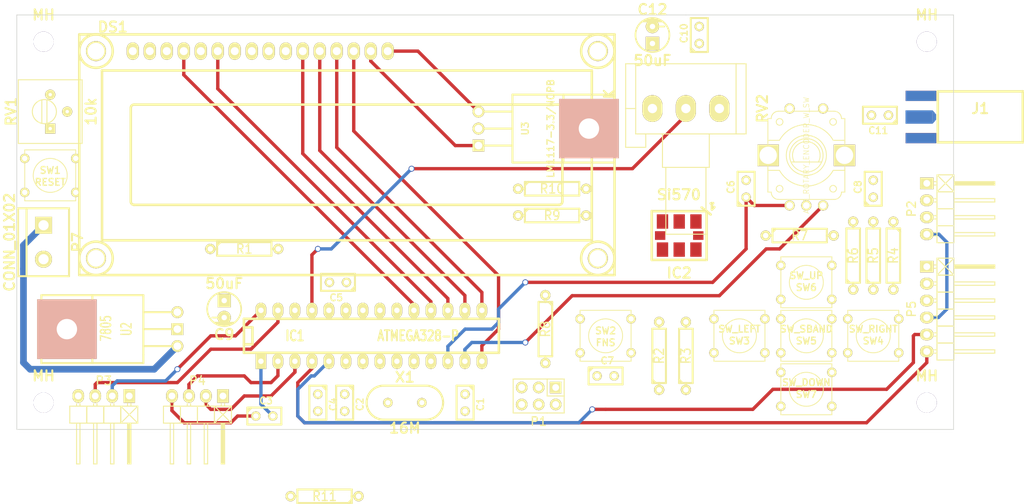
<source format=kicad_pcb>
(kicad_pcb (version 4) (host pcbnew "(2014-10-31 BZR 5247)-product")

  (general
    (links 129)
    (no_connects 107)
    (area 35.949999 99.949999 176.050001 162.050001)
    (thickness 1.6)
    (drawings 6)
    (tracks 131)
    (zones 0)
    (modules 50)
    (nets 49)
  )

  (page A4)
  (layers
    (0 F.Cu signal)
    (31 B.Cu signal)
    (32 B.Adhes user)
    (33 F.Adhes user)
    (34 B.Paste user)
    (35 F.Paste user)
    (36 B.SilkS user)
    (37 F.SilkS user)
    (38 B.Mask user)
    (39 F.Mask user)
    (40 Dwgs.User user)
    (41 Cmts.User user)
    (42 Eco1.User user)
    (43 Eco2.User user)
    (44 Edge.Cuts user)
    (45 Margin user)
    (46 B.CrtYd user)
    (47 F.CrtYd user)
    (48 B.Fab user)
    (49 F.Fab user)
  )

  (setup
    (last_trace_width 0.5)
    (user_trace_width 0.5)
    (user_trace_width 1)
    (trace_clearance 0.5)
    (zone_clearance 0.508)
    (zone_45_only no)
    (trace_min 0.254)
    (segment_width 0.2)
    (edge_width 0.1)
    (via_size 0.889)
    (via_drill 0.635)
    (via_min_size 0.889)
    (via_min_drill 0.508)
    (user_via 1 0.5)
    (uvia_size 0.508)
    (uvia_drill 0.127)
    (uvias_allowed no)
    (uvia_min_size 0.508)
    (uvia_min_drill 0.127)
    (pcb_text_width 0.3)
    (pcb_text_size 1.5 1.5)
    (mod_edge_width 0.15)
    (mod_text_size 1 1)
    (mod_text_width 0.15)
    (pad_size 1.5 1.5)
    (pad_drill 0.6)
    (pad_to_mask_clearance 0)
    (aux_axis_origin 0 0)
    (visible_elements FFFFFF7F)
    (pcbplotparams
      (layerselection 0x00030_80000001)
      (usegerberextensions false)
      (excludeedgelayer true)
      (linewidth 0.100000)
      (plotframeref false)
      (viasonmask false)
      (mode 1)
      (useauxorigin false)
      (hpglpennumber 1)
      (hpglpenspeed 20)
      (hpglpendiameter 15)
      (hpglpenoverlay 2)
      (psnegative false)
      (psa4output false)
      (plotreference true)
      (plotvalue true)
      (plotinvisibletext false)
      (padsonsilk false)
      (subtractmaskfromsilk false)
      (outputformat 1)
      (mirror false)
      (drillshape 1)
      (scaleselection 1)
      (outputdirectory ""))
  )

  (net 0 "")
  (net 1 "Net-(C1-Pad1)")
  (net 2 GND)
  (net 3 "Net-(C2-Pad1)")
  (net 4 RTS)
  (net 5 "Net-(C3-Pad2)")
  (net 6 VCC)
  (net 7 "Net-(C5-Pad1)")
  (net 8 "Net-(C6-Pad1)")
  (net 9 "Net-(C7-Pad1)")
  (net 10 "Net-(C8-Pad1)")
  (net 11 +3.3V)
  (net 12 "Net-(C11-Pad1)")
  (net 13 "Net-(C11-Pad2)")
  (net 14 "Net-(DS1-Pad3)")
  (net 15 /RS)
  (net 16 /E)
  (net 17 "Net-(DS1-Pad7)")
  (net 18 "Net-(DS1-Pad8)")
  (net 19 "Net-(DS1-Pad9)")
  (net 20 "Net-(DS1-Pad10)")
  (net 21 /D4)
  (net 22 /D5)
  (net 23 /D6)
  (net 24 /D7)
  (net 25 TX)
  (net 26 RX)
  (net 27 USB/LSB)
  (net 28 CWTONE)
  (net 29 TX/RX)
  (net 30 RF386)
  (net 31 "Net-(IC1-Pad21)")
  (net 32 /TUNE)
  (net 33 SDA)
  (net 34 SCL)
  (net 35 "Net-(IC2-Pad1)")
  (net 36 "Net-(IC2-Pad2)")
  (net 37 +12V)
  (net 38 "Net-(R2-Pad1)")
  (net 39 "Net-(R3-Pad1)")
  (net 40 "Net-(R4-Pad1)")
  (net 41 "Net-(R5-Pad1)")
  (net 42 "Net-(R6-Pad1)")
  (net 43 "Net-(R7-Pad1)")
  (net 44 "Net-(ROT_ENC1-Pad7)")
  (net 45 "Net-(U3-Pad4)")
  (net 46 PTT)
  (net 47 KEY)
  (net 48 "Net-(P2-Pad2)")

  (net_class Default "This is the default net class."
    (clearance 0.5)
    (trace_width 0.5)
    (via_dia 0.889)
    (via_drill 0.635)
    (uvia_dia 0.508)
    (uvia_drill 0.127)
    (add_net +3.3V)
    (add_net /D4)
    (add_net /D5)
    (add_net /D6)
    (add_net /D7)
    (add_net /E)
    (add_net /RS)
    (add_net /TUNE)
    (add_net CWTONE)
    (add_net GND)
    (add_net KEY)
    (add_net "Net-(C1-Pad1)")
    (add_net "Net-(C11-Pad1)")
    (add_net "Net-(C11-Pad2)")
    (add_net "Net-(C2-Pad1)")
    (add_net "Net-(C3-Pad2)")
    (add_net "Net-(C5-Pad1)")
    (add_net "Net-(C6-Pad1)")
    (add_net "Net-(C7-Pad1)")
    (add_net "Net-(C8-Pad1)")
    (add_net "Net-(DS1-Pad10)")
    (add_net "Net-(DS1-Pad3)")
    (add_net "Net-(DS1-Pad7)")
    (add_net "Net-(DS1-Pad8)")
    (add_net "Net-(DS1-Pad9)")
    (add_net "Net-(IC1-Pad21)")
    (add_net "Net-(IC2-Pad1)")
    (add_net "Net-(IC2-Pad2)")
    (add_net "Net-(P2-Pad2)")
    (add_net "Net-(R2-Pad1)")
    (add_net "Net-(R3-Pad1)")
    (add_net "Net-(R4-Pad1)")
    (add_net "Net-(R5-Pad1)")
    (add_net "Net-(R6-Pad1)")
    (add_net "Net-(R7-Pad1)")
    (add_net "Net-(ROT_ENC1-Pad7)")
    (add_net "Net-(U3-Pad4)")
    (add_net PTT)
    (add_net RF386)
    (add_net RTS)
    (add_net RX)
    (add_net SCL)
    (add_net SDA)
    (add_net TX)
    (add_net TX/RX)
    (add_net USB/LSB)
  )

  (net_class Power ""
    (clearance 1)
    (trace_width 1)
    (via_dia 1.5)
    (via_drill 0.8)
    (uvia_dia 0.508)
    (uvia_drill 0.127)
    (add_net +12V)
    (add_net VCC)
  )

  (module Discret:C1 (layer F.Cu) (tedit 545C7DAE) (tstamp 545C82A8)
    (at 103 158 270)
    (descr "Condensateur e = 1 pas")
    (tags C)
    (path /5455BC5C)
    (fp_text reference C1 (at 0.254 -2.286 270) (layer F.SilkS)
      (effects (font (size 1.016 1.016) (thickness 0.2032)))
    )
    (fp_text value 22pF (at 0 -2.286 270) (layer F.SilkS) hide
      (effects (font (size 1.016 1.016) (thickness 0.2032)))
    )
    (fp_line (start -2.4892 -1.27) (end 2.54 -1.27) (layer F.SilkS) (width 0.3048))
    (fp_line (start 2.54 -1.27) (end 2.54 1.27) (layer F.SilkS) (width 0.3048))
    (fp_line (start 2.54 1.27) (end -2.54 1.27) (layer F.SilkS) (width 0.3048))
    (fp_line (start -2.54 1.27) (end -2.54 -1.27) (layer F.SilkS) (width 0.3048))
    (fp_line (start -2.54 -0.635) (end -1.905 -1.27) (layer F.SilkS) (width 0.3048))
    (pad 1 thru_hole circle (at -1.27 0 270) (size 1.397 1.397) (drill 0.8128) (layers *.Cu *.Mask F.SilkS)
      (net 1 "Net-(C1-Pad1)"))
    (pad 2 thru_hole circle (at 1.27 0 270) (size 1.397 1.397) (drill 0.8128) (layers *.Cu *.Mask F.SilkS)
      (net 2 GND))
    (model discret/capa_1_pas.wrl
      (at (xyz 0 0 0))
      (scale (xyz 1 1 1))
      (rotate (xyz 0 0 0))
    )
  )

  (module Discret:C1 (layer F.Cu) (tedit 545C7DAE) (tstamp 545C82B3)
    (at 85 158 270)
    (descr "Condensateur e = 1 pas")
    (tags C)
    (path /5455BC99)
    (fp_text reference C2 (at 0.254 -2.286 270) (layer F.SilkS)
      (effects (font (size 1.016 1.016) (thickness 0.2032)))
    )
    (fp_text value 22pF (at 0 -2.286 270) (layer F.SilkS) hide
      (effects (font (size 1.016 1.016) (thickness 0.2032)))
    )
    (fp_line (start -2.4892 -1.27) (end 2.54 -1.27) (layer F.SilkS) (width 0.3048))
    (fp_line (start 2.54 -1.27) (end 2.54 1.27) (layer F.SilkS) (width 0.3048))
    (fp_line (start 2.54 1.27) (end -2.54 1.27) (layer F.SilkS) (width 0.3048))
    (fp_line (start -2.54 1.27) (end -2.54 -1.27) (layer F.SilkS) (width 0.3048))
    (fp_line (start -2.54 -0.635) (end -1.905 -1.27) (layer F.SilkS) (width 0.3048))
    (pad 1 thru_hole circle (at -1.27 0 270) (size 1.397 1.397) (drill 0.8128) (layers *.Cu *.Mask F.SilkS)
      (net 3 "Net-(C2-Pad1)"))
    (pad 2 thru_hole circle (at 1.27 0 270) (size 1.397 1.397) (drill 0.8128) (layers *.Cu *.Mask F.SilkS)
      (net 2 GND))
    (model discret/capa_1_pas.wrl
      (at (xyz 0 0 0))
      (scale (xyz 1 1 1))
      (rotate (xyz 0 0 0))
    )
  )

  (module Discret:C1 (layer F.Cu) (tedit 545C7DAE) (tstamp 545C82BE)
    (at 73 160)
    (descr "Condensateur e = 1 pas")
    (tags C)
    (path /54559F4B)
    (fp_text reference C3 (at 0.254 -2.286) (layer F.SilkS)
      (effects (font (size 1.016 1.016) (thickness 0.2032)))
    )
    (fp_text value 0.1 (at 0 -2.286) (layer F.SilkS) hide
      (effects (font (size 1.016 1.016) (thickness 0.2032)))
    )
    (fp_line (start -2.4892 -1.27) (end 2.54 -1.27) (layer F.SilkS) (width 0.3048))
    (fp_line (start 2.54 -1.27) (end 2.54 1.27) (layer F.SilkS) (width 0.3048))
    (fp_line (start 2.54 1.27) (end -2.54 1.27) (layer F.SilkS) (width 0.3048))
    (fp_line (start -2.54 1.27) (end -2.54 -1.27) (layer F.SilkS) (width 0.3048))
    (fp_line (start -2.54 -0.635) (end -1.905 -1.27) (layer F.SilkS) (width 0.3048))
    (pad 1 thru_hole circle (at -1.27 0) (size 1.397 1.397) (drill 0.8128) (layers *.Cu *.Mask F.SilkS)
      (net 4 RTS))
    (pad 2 thru_hole circle (at 1.27 0) (size 1.397 1.397) (drill 0.8128) (layers *.Cu *.Mask F.SilkS)
      (net 5 "Net-(C3-Pad2)"))
    (model discret/capa_1_pas.wrl
      (at (xyz 0 0 0))
      (scale (xyz 1 1 1))
      (rotate (xyz 0 0 0))
    )
  )

  (module Discret:C1 (layer F.Cu) (tedit 545C7DAE) (tstamp 545C82C9)
    (at 81 158 270)
    (descr "Condensateur e = 1 pas")
    (tags C)
    (path /545A1E7F)
    (fp_text reference C4 (at 0.254 -2.286 270) (layer F.SilkS)
      (effects (font (size 1.016 1.016) (thickness 0.2032)))
    )
    (fp_text value C (at 0 -2.286 270) (layer F.SilkS) hide
      (effects (font (size 1.016 1.016) (thickness 0.2032)))
    )
    (fp_line (start -2.4892 -1.27) (end 2.54 -1.27) (layer F.SilkS) (width 0.3048))
    (fp_line (start 2.54 -1.27) (end 2.54 1.27) (layer F.SilkS) (width 0.3048))
    (fp_line (start 2.54 1.27) (end -2.54 1.27) (layer F.SilkS) (width 0.3048))
    (fp_line (start -2.54 1.27) (end -2.54 -1.27) (layer F.SilkS) (width 0.3048))
    (fp_line (start -2.54 -0.635) (end -1.905 -1.27) (layer F.SilkS) (width 0.3048))
    (pad 1 thru_hole circle (at -1.27 0 270) (size 1.397 1.397) (drill 0.8128) (layers *.Cu *.Mask F.SilkS)
      (net 6 VCC))
    (pad 2 thru_hole circle (at 1.27 0 270) (size 1.397 1.397) (drill 0.8128) (layers *.Cu *.Mask F.SilkS)
      (net 2 GND))
    (model discret/capa_1_pas.wrl
      (at (xyz 0 0 0))
      (scale (xyz 1 1 1))
      (rotate (xyz 0 0 0))
    )
  )

  (module Discret:C1 (layer F.Cu) (tedit 545C7DAE) (tstamp 545C82D4)
    (at 84 140 180)
    (descr "Condensateur e = 1 pas")
    (tags C)
    (path /545A1EE7)
    (fp_text reference C5 (at 0.254 -2.286 180) (layer F.SilkS)
      (effects (font (size 1.016 1.016) (thickness 0.2032)))
    )
    (fp_text value C (at 0 -2.286 180) (layer F.SilkS) hide
      (effects (font (size 1.016 1.016) (thickness 0.2032)))
    )
    (fp_line (start -2.4892 -1.27) (end 2.54 -1.27) (layer F.SilkS) (width 0.3048))
    (fp_line (start 2.54 -1.27) (end 2.54 1.27) (layer F.SilkS) (width 0.3048))
    (fp_line (start 2.54 1.27) (end -2.54 1.27) (layer F.SilkS) (width 0.3048))
    (fp_line (start -2.54 1.27) (end -2.54 -1.27) (layer F.SilkS) (width 0.3048))
    (fp_line (start -2.54 -0.635) (end -1.905 -1.27) (layer F.SilkS) (width 0.3048))
    (pad 1 thru_hole circle (at -1.27 0 180) (size 1.397 1.397) (drill 0.8128) (layers *.Cu *.Mask F.SilkS)
      (net 7 "Net-(C5-Pad1)"))
    (pad 2 thru_hole circle (at 1.27 0 180) (size 1.397 1.397) (drill 0.8128) (layers *.Cu *.Mask F.SilkS)
      (net 2 GND))
    (model discret/capa_1_pas.wrl
      (at (xyz 0 0 0))
      (scale (xyz 1 1 1))
      (rotate (xyz 0 0 0))
    )
  )

  (module Discret:C1 (layer F.Cu) (tedit 545C7DAE) (tstamp 545C82DF)
    (at 145 126 90)
    (descr "Condensateur e = 1 pas")
    (tags C)
    (path /5459F9BC)
    (fp_text reference C6 (at 0.254 -2.286 90) (layer F.SilkS)
      (effects (font (size 1.016 1.016) (thickness 0.2032)))
    )
    (fp_text value 1nF (at 0 -2.286 90) (layer F.SilkS) hide
      (effects (font (size 1.016 1.016) (thickness 0.2032)))
    )
    (fp_line (start -2.4892 -1.27) (end 2.54 -1.27) (layer F.SilkS) (width 0.3048))
    (fp_line (start 2.54 -1.27) (end 2.54 1.27) (layer F.SilkS) (width 0.3048))
    (fp_line (start 2.54 1.27) (end -2.54 1.27) (layer F.SilkS) (width 0.3048))
    (fp_line (start -2.54 1.27) (end -2.54 -1.27) (layer F.SilkS) (width 0.3048))
    (fp_line (start -2.54 -0.635) (end -1.905 -1.27) (layer F.SilkS) (width 0.3048))
    (pad 1 thru_hole circle (at -1.27 0 90) (size 1.397 1.397) (drill 0.8128) (layers *.Cu *.Mask F.SilkS)
      (net 8 "Net-(C6-Pad1)"))
    (pad 2 thru_hole circle (at 1.27 0 90) (size 1.397 1.397) (drill 0.8128) (layers *.Cu *.Mask F.SilkS)
      (net 2 GND))
    (model discret/capa_1_pas.wrl
      (at (xyz 0 0 0))
      (scale (xyz 1 1 1))
      (rotate (xyz 0 0 0))
    )
  )

  (module Discret:C1 (layer F.Cu) (tedit 545C7DAE) (tstamp 545C82EA)
    (at 124 154)
    (descr "Condensateur e = 1 pas")
    (tags C)
    (path /5459D4E2)
    (fp_text reference C7 (at 0.254 -2.286) (layer F.SilkS)
      (effects (font (size 1.016 1.016) (thickness 0.2032)))
    )
    (fp_text value 1nF (at 0 -2.286) (layer F.SilkS) hide
      (effects (font (size 1.016 1.016) (thickness 0.2032)))
    )
    (fp_line (start -2.4892 -1.27) (end 2.54 -1.27) (layer F.SilkS) (width 0.3048))
    (fp_line (start 2.54 -1.27) (end 2.54 1.27) (layer F.SilkS) (width 0.3048))
    (fp_line (start 2.54 1.27) (end -2.54 1.27) (layer F.SilkS) (width 0.3048))
    (fp_line (start -2.54 1.27) (end -2.54 -1.27) (layer F.SilkS) (width 0.3048))
    (fp_line (start -2.54 -0.635) (end -1.905 -1.27) (layer F.SilkS) (width 0.3048))
    (pad 1 thru_hole circle (at -1.27 0) (size 1.397 1.397) (drill 0.8128) (layers *.Cu *.Mask F.SilkS)
      (net 9 "Net-(C7-Pad1)"))
    (pad 2 thru_hole circle (at 1.27 0) (size 1.397 1.397) (drill 0.8128) (layers *.Cu *.Mask F.SilkS)
      (net 2 GND))
    (model discret/capa_1_pas.wrl
      (at (xyz 0 0 0))
      (scale (xyz 1 1 1))
      (rotate (xyz 0 0 0))
    )
  )

  (module Discret:C1 (layer F.Cu) (tedit 545C7DAE) (tstamp 545C82F5)
    (at 164 126 90)
    (descr "Condensateur e = 1 pas")
    (tags C)
    (path /5459FA18)
    (fp_text reference C8 (at 0.254 -2.286 90) (layer F.SilkS)
      (effects (font (size 1.016 1.016) (thickness 0.2032)))
    )
    (fp_text value 1nF (at 0 -2.286 90) (layer F.SilkS) hide
      (effects (font (size 1.016 1.016) (thickness 0.2032)))
    )
    (fp_line (start -2.4892 -1.27) (end 2.54 -1.27) (layer F.SilkS) (width 0.3048))
    (fp_line (start 2.54 -1.27) (end 2.54 1.27) (layer F.SilkS) (width 0.3048))
    (fp_line (start 2.54 1.27) (end -2.54 1.27) (layer F.SilkS) (width 0.3048))
    (fp_line (start -2.54 1.27) (end -2.54 -1.27) (layer F.SilkS) (width 0.3048))
    (fp_line (start -2.54 -0.635) (end -1.905 -1.27) (layer F.SilkS) (width 0.3048))
    (pad 1 thru_hole circle (at -1.27 0 90) (size 1.397 1.397) (drill 0.8128) (layers *.Cu *.Mask F.SilkS)
      (net 10 "Net-(C8-Pad1)"))
    (pad 2 thru_hole circle (at 1.27 0 90) (size 1.397 1.397) (drill 0.8128) (layers *.Cu *.Mask F.SilkS)
      (net 2 GND))
    (model discret/capa_1_pas.wrl
      (at (xyz 0 0 0))
      (scale (xyz 1 1 1))
      (rotate (xyz 0 0 0))
    )
  )

  (module Discret:C1 (layer F.Cu) (tedit 545C7DAE) (tstamp 545C8310)
    (at 138 103 90)
    (descr "Condensateur e = 1 pas")
    (tags C)
    (path /5459E30C)
    (fp_text reference C10 (at 0.254 -2.286 90) (layer F.SilkS)
      (effects (font (size 1.016 1.016) (thickness 0.2032)))
    )
    (fp_text value .1uF (at 0 -2.286 90) (layer F.SilkS) hide
      (effects (font (size 1.016 1.016) (thickness 0.2032)))
    )
    (fp_line (start -2.4892 -1.27) (end 2.54 -1.27) (layer F.SilkS) (width 0.3048))
    (fp_line (start 2.54 -1.27) (end 2.54 1.27) (layer F.SilkS) (width 0.3048))
    (fp_line (start 2.54 1.27) (end -2.54 1.27) (layer F.SilkS) (width 0.3048))
    (fp_line (start -2.54 1.27) (end -2.54 -1.27) (layer F.SilkS) (width 0.3048))
    (fp_line (start -2.54 -0.635) (end -1.905 -1.27) (layer F.SilkS) (width 0.3048))
    (pad 1 thru_hole circle (at -1.27 0 90) (size 1.397 1.397) (drill 0.8128) (layers *.Cu *.Mask F.SilkS)
      (net 11 +3.3V))
    (pad 2 thru_hole circle (at 1.27 0 90) (size 1.397 1.397) (drill 0.8128) (layers *.Cu *.Mask F.SilkS)
      (net 2 GND))
    (model discret/capa_1_pas.wrl
      (at (xyz 0 0 0))
      (scale (xyz 1 1 1))
      (rotate (xyz 0 0 0))
    )
  )

  (module Discret:C1 (layer F.Cu) (tedit 545C7DAE) (tstamp 5460431B)
    (at 165 115 180)
    (descr "Condensateur e = 1 pas")
    (tags C)
    (path /545A32D2)
    (fp_text reference C11 (at 0.254 -2.286 180) (layer F.SilkS)
      (effects (font (size 1.016 1.016) (thickness 0.2032)))
    )
    (fp_text value .1uF (at 0 -2.286 180) (layer F.SilkS) hide
      (effects (font (size 1.016 1.016) (thickness 0.2032)))
    )
    (fp_line (start -2.4892 -1.27) (end 2.54 -1.27) (layer F.SilkS) (width 0.3048))
    (fp_line (start 2.54 -1.27) (end 2.54 1.27) (layer F.SilkS) (width 0.3048))
    (fp_line (start 2.54 1.27) (end -2.54 1.27) (layer F.SilkS) (width 0.3048))
    (fp_line (start -2.54 1.27) (end -2.54 -1.27) (layer F.SilkS) (width 0.3048))
    (fp_line (start -2.54 -0.635) (end -1.905 -1.27) (layer F.SilkS) (width 0.3048))
    (pad 1 thru_hole circle (at -1.27 0 180) (size 1.397 1.397) (drill 0.8128) (layers *.Cu *.Mask F.SilkS)
      (net 12 "Net-(C11-Pad1)"))
    (pad 2 thru_hole circle (at 1.27 0 180) (size 1.397 1.397) (drill 0.8128) (layers *.Cu *.Mask F.SilkS)
      (net 13 "Net-(C11-Pad2)"))
    (model discret/capa_1_pas.wrl
      (at (xyz 0 0 0))
      (scale (xyz 1 1 1))
      (rotate (xyz 0 0 0))
    )
  )

  (module Display:WC1602A (layer F.Cu) (tedit 545C7DAE) (tstamp 545C8357)
    (at 53.34 105.41)
    (descr http://www.kamami.pl/dl/wc1602a0.pdf)
    (tags "LCD 16x2 Alphanumeric 16pin")
    (path /5455760B)
    (fp_text reference DS1 (at -2.99974 -3.59918) (layer F.SilkS)
      (effects (font (thickness 0.3048)))
    )
    (fp_text value LCD16X2 (at 31.99892 15.49908) (layer F.SilkS) hide
      (effects (font (thickness 0.3048)))
    )
    (fp_line (start 0.20066 8.001) (end 63.70066 8.001) (layer F.SilkS) (width 0.381))
    (fp_line (start -0.29972 22.49932) (end -0.29972 8.49884) (layer F.SilkS) (width 0.381))
    (fp_line (start 63.70066 22.9997) (end 0.20066 22.9997) (layer F.SilkS) (width 0.381))
    (fp_line (start 64.20104 8.49884) (end 64.20104 22.49932) (layer F.SilkS) (width 0.381))
    (fp_arc (start 63.70066 8.49884) (end 63.70066 8.001) (angle 90) (layer F.SilkS) (width 0.381))
    (fp_arc (start 63.70066 22.49932) (end 64.20104 22.49932) (angle 90) (layer F.SilkS) (width 0.381))
    (fp_arc (start 0.20066 22.49932) (end 0.20066 22.9997) (angle 90) (layer F.SilkS) (width 0.381))
    (fp_arc (start 0.20066 8.49884) (end -0.29972 8.49884) (angle 90) (layer F.SilkS) (width 0.381))
    (fp_line (start -4.59994 2.90068) (end 68.60032 2.90068) (layer F.SilkS) (width 0.381))
    (fp_line (start 68.60032 2.90068) (end 68.60032 28.30068) (layer F.SilkS) (width 0.381))
    (fp_line (start 68.60032 28.30068) (end -4.59994 28.30068) (layer F.SilkS) (width 0.381))
    (fp_line (start -4.59994 28.30068) (end -4.59994 2.90068) (layer F.SilkS) (width 0.381))
    (fp_circle (center 69.49948 0) (end 71.99884 0) (layer F.SilkS) (width 0.381))
    (fp_circle (center 69.49948 31.0007) (end 71.99884 31.0007) (layer F.SilkS) (width 0.381))
    (fp_circle (center -5.4991 31.0007) (end -8.001 31.0007) (layer F.SilkS) (width 0.381))
    (fp_circle (center -5.4991 0) (end -2.99974 0) (layer F.SilkS) (width 0.381))
    (fp_line (start -8.001 -2.49936) (end 71.99884 -2.49936) (layer F.SilkS) (width 0.381))
    (fp_line (start 71.99884 -2.49936) (end 71.99884 33.50006) (layer F.SilkS) (width 0.381))
    (fp_line (start 71.99884 33.50006) (end -8.001 33.50006) (layer F.SilkS) (width 0.381))
    (fp_line (start -8.001 33.50006) (end -8.001 -2.49936) (layer F.SilkS) (width 0.381))
    (pad 1 thru_hole oval (at 0 0) (size 1.8 2.6) (drill 1.2) (layers *.Cu *.Mask F.SilkS)
      (net 2 GND))
    (pad 2 thru_hole oval (at 2.54 0) (size 1.8 2.6) (drill 1.2) (layers *.Cu *.Mask F.SilkS)
      (net 6 VCC))
    (pad 3 thru_hole oval (at 5.08 0) (size 1.8 2.6) (drill 1.2) (layers *.Cu *.Mask F.SilkS)
      (net 14 "Net-(DS1-Pad3)"))
    (pad 4 thru_hole oval (at 7.62 0) (size 1.8 2.6) (drill 1.2) (layers *.Cu *.Mask F.SilkS)
      (net 15 /RS))
    (pad 5 thru_hole oval (at 10.16 0) (size 1.8 2.6) (drill 1.2) (layers *.Cu *.Mask F.SilkS)
      (net 2 GND))
    (pad 6 thru_hole oval (at 12.7 0) (size 1.8 2.6) (drill 1.2) (layers *.Cu *.Mask F.SilkS)
      (net 16 /E))
    (pad 7 thru_hole oval (at 15.24 0) (size 1.8 2.6) (drill 1.2) (layers *.Cu *.Mask F.SilkS)
      (net 17 "Net-(DS1-Pad7)"))
    (pad 8 thru_hole oval (at 17.78 0) (size 1.8 2.6) (drill 1.2) (layers *.Cu *.Mask F.SilkS)
      (net 18 "Net-(DS1-Pad8)"))
    (pad 9 thru_hole oval (at 20.32 0) (size 1.8 2.6) (drill 1.2) (layers *.Cu *.Mask F.SilkS)
      (net 19 "Net-(DS1-Pad9)"))
    (pad 10 thru_hole oval (at 22.86 0) (size 1.8 2.6) (drill 1.2) (layers *.Cu *.Mask F.SilkS)
      (net 20 "Net-(DS1-Pad10)"))
    (pad 11 thru_hole oval (at 25.4 0) (size 1.8 2.6) (drill 1.2) (layers *.Cu *.Mask F.SilkS)
      (net 21 /D4))
    (pad 12 thru_hole oval (at 27.94 0) (size 1.8 2.6) (drill 1.2) (layers *.Cu *.Mask F.SilkS)
      (net 22 /D5))
    (pad 13 thru_hole oval (at 30.48 0) (size 1.8 2.6) (drill 1.2) (layers *.Cu *.Mask F.SilkS)
      (net 23 /D6))
    (pad 14 thru_hole oval (at 33.02 0) (size 1.8 2.6) (drill 1.2) (layers *.Cu *.Mask F.SilkS)
      (net 24 /D7))
    (pad 15 thru_hole oval (at 35.56 0) (size 1.8 2.6) (drill 1.2) (layers *.Cu *.Mask F.SilkS)
      (net 6 VCC))
    (pad 16 thru_hole oval (at 38.1 0) (size 1.8 2.6) (drill 1.2) (layers *.Cu *.Mask F.SilkS)
      (net 2 GND))
    (pad 0 thru_hole circle (at -5.4991 0) (size 3 3) (drill 2.5) (layers *.Cu *.Mask F.SilkS))
    (pad 0 thru_hole circle (at -5.4991 31.0007) (size 3 3) (drill 2.5) (layers *.Cu *.Mask F.SilkS))
    (pad 0 thru_hole circle (at 69.49948 31.0007) (size 3 3) (drill 2.5) (layers *.Cu *.Mask F.SilkS))
    (pad 0 thru_hole circle (at 69.49948 0) (size 3 3) (drill 2.5) (layers *.Cu *.Mask F.SilkS))
  )

  (module Sockets_DIP:DIP-28__300_ELL (layer F.Cu) (tedit 545C7DAE) (tstamp 545C837E)
    (at 89 148)
    (descr "28 pins DIL package, elliptical pads, width 300mil")
    (tags DIL)
    (path /545573D8)
    (fp_text reference IC1 (at -11.43 0) (layer F.SilkS)
      (effects (font (size 1.524 1.143) (thickness 0.3048)))
    )
    (fp_text value ATMEGA328-P (at 6.985 0) (layer F.SilkS)
      (effects (font (size 1.524 1.143) (thickness 0.3048)))
    )
    (fp_line (start -19.05 -2.54) (end 19.05 -2.54) (layer F.SilkS) (width 0.381))
    (fp_line (start 19.05 -2.54) (end 19.05 2.54) (layer F.SilkS) (width 0.381))
    (fp_line (start 19.05 2.54) (end -19.05 2.54) (layer F.SilkS) (width 0.381))
    (fp_line (start -19.05 2.54) (end -19.05 -2.54) (layer F.SilkS) (width 0.381))
    (fp_line (start -19.05 -1.27) (end -17.78 -1.27) (layer F.SilkS) (width 0.381))
    (fp_line (start -17.78 -1.27) (end -17.78 1.27) (layer F.SilkS) (width 0.381))
    (fp_line (start -17.78 1.27) (end -19.05 1.27) (layer F.SilkS) (width 0.381))
    (pad 2 thru_hole oval (at -13.97 3.81) (size 1.5748 2.286) (drill 0.8128) (layers *.Cu *.Mask F.SilkS)
      (net 25 TX))
    (pad 3 thru_hole oval (at -11.43 3.81) (size 1.5748 2.286) (drill 0.8128) (layers *.Cu *.Mask F.SilkS)
      (net 26 RX))
    (pad 4 thru_hole oval (at -8.89 3.81) (size 1.5748 2.286) (drill 0.8128) (layers *.Cu *.Mask F.SilkS)
      (net 27 USB/LSB))
    (pad 5 thru_hole oval (at -6.35 3.81) (size 1.5748 2.286) (drill 0.8128) (layers *.Cu *.Mask F.SilkS)
      (net 28 CWTONE))
    (pad 6 thru_hole oval (at -3.81 3.81) (size 1.5748 2.286) (drill 0.8128) (layers *.Cu *.Mask F.SilkS)
      (net 29 TX/RX))
    (pad 7 thru_hole oval (at -1.27 3.81) (size 1.5748 2.286) (drill 0.8128) (layers *.Cu *.Mask F.SilkS)
      (net 6 VCC))
    (pad 8 thru_hole oval (at 1.27 3.81) (size 1.5748 2.286) (drill 0.8128) (layers *.Cu *.Mask F.SilkS)
      (net 2 GND))
    (pad 9 thru_hole oval (at 3.81 3.81) (size 1.5748 2.286) (drill 0.8128) (layers *.Cu *.Mask F.SilkS)
      (net 3 "Net-(C2-Pad1)"))
    (pad 10 thru_hole oval (at 6.35 3.81) (size 1.5748 2.286) (drill 0.8128) (layers *.Cu *.Mask F.SilkS)
      (net 1 "Net-(C1-Pad1)"))
    (pad 11 thru_hole oval (at 8.89 3.81) (size 1.5748 2.286) (drill 0.8128) (layers *.Cu *.Mask F.SilkS)
      (net 30 RF386))
    (pad 12 thru_hole oval (at 11.43 3.81) (size 1.5748 2.286) (drill 0.8128) (layers *.Cu *.Mask F.SilkS)
      (net 8 "Net-(C6-Pad1)"))
    (pad 13 thru_hole oval (at 13.97 3.81) (size 1.5748 2.286) (drill 0.8128) (layers *.Cu *.Mask F.SilkS)
      (net 10 "Net-(C8-Pad1)"))
    (pad 14 thru_hole oval (at 16.51 3.81) (size 1.5748 2.286) (drill 0.8128) (layers *.Cu *.Mask F.SilkS)
      (net 24 /D7))
    (pad 1 thru_hole rect (at -16.51 3.81) (size 1.5748 2.286) (drill 0.8128) (layers *.Cu *.Mask F.SilkS)
      (net 5 "Net-(C3-Pad2)"))
    (pad 15 thru_hole oval (at 16.51 -3.81) (size 1.5748 2.286) (drill 0.8128) (layers *.Cu *.Mask F.SilkS)
      (net 23 /D6))
    (pad 16 thru_hole oval (at 13.97 -3.81) (size 1.5748 2.286) (drill 0.8128) (layers *.Cu *.Mask F.SilkS)
      (net 22 /D5))
    (pad 17 thru_hole oval (at 11.43 -3.81) (size 1.5748 2.286) (drill 0.8128) (layers *.Cu *.Mask F.SilkS)
      (net 21 /D4))
    (pad 18 thru_hole oval (at 8.89 -3.81) (size 1.5748 2.286) (drill 0.8128) (layers *.Cu *.Mask F.SilkS)
      (net 16 /E))
    (pad 19 thru_hole oval (at 6.35 -3.81) (size 1.5748 2.286) (drill 0.8128) (layers *.Cu *.Mask F.SilkS)
      (net 15 /RS))
    (pad 20 thru_hole oval (at 3.81 -3.81) (size 1.5748 2.286) (drill 0.8128) (layers *.Cu *.Mask F.SilkS)
      (net 7 "Net-(C5-Pad1)"))
    (pad 21 thru_hole oval (at 1.27 -3.81) (size 1.5748 2.286) (drill 0.8128) (layers *.Cu *.Mask F.SilkS)
      (net 31 "Net-(IC1-Pad21)"))
    (pad 22 thru_hole oval (at -1.27 -3.81) (size 1.5748 2.286) (drill 0.8128) (layers *.Cu *.Mask F.SilkS)
      (net 2 GND))
    (pad 23 thru_hole oval (at -3.81 -3.81) (size 1.5748 2.286) (drill 0.8128) (layers *.Cu *.Mask F.SilkS)
      (net 46 PTT))
    (pad 24 thru_hole oval (at -6.35 -3.81) (size 1.5748 2.286) (drill 0.8128) (layers *.Cu *.Mask F.SilkS)
      (net 47 KEY))
    (pad 25 thru_hole oval (at -8.89 -3.81) (size 1.5748 2.286) (drill 0.8128) (layers *.Cu *.Mask F.SilkS)
      (net 32 /TUNE))
    (pad 26 thru_hole oval (at -11.43 -3.81) (size 1.5748 2.286) (drill 0.8128) (layers *.Cu *.Mask F.SilkS)
      (net 9 "Net-(C7-Pad1)"))
    (pad 27 thru_hole oval (at -13.97 -3.81) (size 1.5748 2.286) (drill 0.8128) (layers *.Cu *.Mask F.SilkS)
      (net 33 SDA))
    (pad 28 thru_hole oval (at -16.51 -3.81) (size 1.5748 2.286) (drill 0.8128) (layers *.Cu *.Mask F.SilkS)
      (net 34 SCL))
    (model dil/dil_28-w300.wrl
      (at (xyz 0 0 0))
      (scale (xyz 1 1 1))
      (rotate (xyz 0 0 0))
    )
  )

  (module Oscillators:SI570_SI571_Standard (layer F.Cu) (tedit 545C7DAE) (tstamp 546054CC)
    (at 135 133 180)
    (descr "SI570, SI571, Programmable oscillator, Standard,")
    (tags "SI570, SI571, Programmable oscillator, Standard,")
    (path /5459CCA1)
    (attr smd)
    (fp_text reference IC2 (at 0 -5.6007 180) (layer F.SilkS)
      (effects (font (thickness 0.3048)))
    )
    (fp_text value Si570 (at 0.0508 6.10108 180) (layer F.SilkS)
      (effects (font (thickness 0.3048)))
    )
    (fp_line (start -5.25018 4.24942) (end -4.89966 3.8989) (layer F.SilkS) (width 0.381))
    (fp_line (start -4.89966 3.8989) (end -4.89966 4.84886) (layer F.SilkS) (width 0.381))
    (fp_line (start -4.89966 4.84886) (end -5.04952 4.84886) (layer F.SilkS) (width 0.381))
    (fp_line (start -5.04952 4.84886) (end -4.699 4.8006) (layer F.SilkS) (width 0.381))
    (fp_circle (center 0 0) (end 0.35052 0) (layer F.Adhes) (width 0.381))
    (fp_circle (center 0 0) (end 0.14986 0) (layer F.Adhes) (width 0.381))
    (fp_circle (center -1.00076 0) (end -0.55118 0) (layer F.Adhes) (width 0.381))
    (fp_circle (center 1.00076 0) (end 0.55118 0) (layer F.Adhes) (width 0.381))
    (fp_circle (center 1.00076 0) (end 0.8509 0) (layer F.Adhes) (width 0.381))
    (fp_circle (center -1.00076 0) (end -0.8509 0) (layer F.Adhes) (width 0.381))
    (fp_line (start -4.70154 3.1496) (end -3.35026 4.20116) (layer F.SilkS) (width 0.381))
    (fp_line (start 4.09956 -3.64998) (end -4.09956 -3.64998) (layer F.SilkS) (width 0.381))
    (fp_line (start -4.09956 -3.64998) (end -4.09956 3.64998) (layer F.SilkS) (width 0.381))
    (fp_line (start -4.09956 3.64998) (end 4.09956 3.64998) (layer F.SilkS) (width 0.381))
    (fp_line (start 4.09956 3.64998) (end 4.09956 -3.64998) (layer F.SilkS) (width 0.381))
    (pad 1 smd rect (at -2.49936 2.10058 180) (size 1.69926 2.14884) (layers F.Cu F.Paste F.Mask)
      (net 35 "Net-(IC2-Pad1)"))
    (pad 2 smd rect (at 0 2.10058 180) (size 1.69926 2.14884) (layers F.Cu F.Paste F.Mask)
      (net 36 "Net-(IC2-Pad2)"))
    (pad 3 smd rect (at 2.49936 2.10058 180) (size 1.69926 2.14884) (layers F.Cu F.Paste F.Mask)
      (net 2 GND))
    (pad 4 smd rect (at 2.49936 -2.10058 180) (size 1.69926 2.14884) (layers F.Cu F.Paste F.Mask)
      (net 13 "Net-(C11-Pad2)"))
    (pad 5 smd rect (at 0 -2.10058 180) (size 1.69926 2.14884) (layers F.Cu F.Paste F.Mask)
      (net 2 GND))
    (pad 6 smd rect (at -2.49936 -2.10058 180) (size 1.69926 2.14884) (layers F.Cu F.Paste F.Mask)
      (net 11 +3.3V))
    (pad 7 smd rect (at -2.84988 0 180) (size 1.5494 1.30048) (layers F.Cu F.Paste F.Mask)
      (net 33 SDA))
    (pad 8 smd rect (at 2.84988 0 180) (size 1.5494 1.30048) (layers F.Cu F.Paste F.Mask)
      (net 34 SCL))
  )

  (module Pin_Headers:Pin_Header_Straight_2x03 (layer F.Cu) (tedit 545C7DAE) (tstamp 545C83AB)
    (at 114 157 180)
    (descr "Through hole pin header")
    (tags "pin header")
    (path /54558B9B)
    (fp_text reference P1 (at 0 -3.81 180) (layer F.SilkS)
      (effects (font (size 1.27 1.27) (thickness 0.2032)))
    )
    (fp_text value ICSP (at 0 0 180) (layer F.SilkS) hide
      (effects (font (size 1.27 1.27) (thickness 0.2032)))
    )
    (fp_line (start -3.81 0) (end -1.27 0) (layer F.SilkS) (width 0.15))
    (fp_line (start -1.27 0) (end -1.27 2.54) (layer F.SilkS) (width 0.15))
    (fp_line (start -3.81 2.54) (end 3.81 2.54) (layer F.SilkS) (width 0.15))
    (fp_line (start 3.81 2.54) (end 3.81 -2.54) (layer F.SilkS) (width 0.15))
    (fp_line (start 3.81 -2.54) (end -1.27 -2.54) (layer F.SilkS) (width 0.15))
    (fp_line (start -3.81 2.54) (end -3.81 0) (layer F.SilkS) (width 0.15))
    (fp_line (start -3.81 -2.54) (end -3.81 0) (layer F.SilkS) (width 0.15))
    (fp_line (start -1.27 -2.54) (end -3.81 -2.54) (layer F.SilkS) (width 0.15))
    (pad 1 thru_hole rect (at -2.54 1.27 180) (size 1.7272 1.7272) (drill 1.016) (layers *.Cu *.Mask F.SilkS)
      (net 16 /E))
    (pad 2 thru_hole oval (at -2.54 -1.27 180) (size 1.7272 1.7272) (drill 1.016) (layers *.Cu *.Mask F.SilkS)
      (net 6 VCC))
    (pad 3 thru_hole oval (at 0 1.27 180) (size 1.7272 1.7272) (drill 1.016) (layers *.Cu *.Mask F.SilkS)
      (net 15 /RS))
    (pad 4 thru_hole oval (at 0 -1.27 180) (size 1.7272 1.7272) (drill 1.016) (layers *.Cu *.Mask F.SilkS)
      (net 21 /D4))
    (pad 5 thru_hole oval (at 2.54 1.27 180) (size 1.7272 1.7272) (drill 1.016) (layers *.Cu *.Mask F.SilkS)
      (net 5 "Net-(C3-Pad2)"))
    (pad 6 thru_hole oval (at 2.54 -1.27 180) (size 1.7272 1.7272) (drill 1.016) (layers *.Cu *.Mask F.SilkS)
      (net 2 GND))
    (model Pin_Headers/Pin_Header_Straight_2x03.wrl
      (at (xyz 0 0 0))
      (scale (xyz 1 1 1))
      (rotate (xyz 0 0 0))
    )
  )

  (module Connect:bornier2 (layer F.Cu) (tedit 545C7DAE) (tstamp 545C83F8)
    (at 40 134 270)
    (descr "Bornier d'alimentation 2 pins")
    (tags DEV)
    (path /545A0EEA)
    (fp_text reference P7 (at 0 -5.08 270) (layer F.SilkS)
      (effects (font (thickness 0.3048)))
    )
    (fp_text value CONN_01X02 (at 0 5.08 270) (layer F.SilkS)
      (effects (font (thickness 0.3048)))
    )
    (fp_line (start 5.08 2.54) (end -5.08 2.54) (layer F.SilkS) (width 0.3048))
    (fp_line (start 5.08 3.81) (end 5.08 -3.81) (layer F.SilkS) (width 0.3048))
    (fp_line (start 5.08 -3.81) (end -5.08 -3.81) (layer F.SilkS) (width 0.3048))
    (fp_line (start -5.08 -3.81) (end -5.08 3.81) (layer F.SilkS) (width 0.3048))
    (fp_line (start -5.08 3.81) (end 5.08 3.81) (layer F.SilkS) (width 0.3048))
    (pad 1 thru_hole rect (at -2.54 0 270) (size 2.54 2.54) (drill 1.524) (layers *.Cu *.Mask F.SilkS)
      (net 37 +12V))
    (pad 2 thru_hole circle (at 2.54 0 270) (size 2.54 2.54) (drill 1.524) (layers *.Cu *.Mask F.SilkS)
      (net 2 GND))
    (model Device/bornier_2.wrl
      (at (xyz 0 0 0))
      (scale (xyz 1 1 1))
      (rotate (xyz 0 0 0))
    )
  )

  (module Discret:R4 (layer F.Cu) (tedit 545C7DAE) (tstamp 5470FB38)
    (at 70 135)
    (descr "Resitance 4 pas")
    (tags R)
    (path /545A167E)
    (autoplace_cost180 10)
    (fp_text reference R1 (at 0 0) (layer F.SilkS)
      (effects (font (size 1.397 1.27) (thickness 0.2032)))
    )
    (fp_text value 100K (at 0 0) (layer F.SilkS) hide
      (effects (font (size 1.397 1.27) (thickness 0.2032)))
    )
    (fp_line (start -5.08 0) (end -4.064 0) (layer F.SilkS) (width 0.3048))
    (fp_line (start -4.064 0) (end -4.064 -1.016) (layer F.SilkS) (width 0.3048))
    (fp_line (start -4.064 -1.016) (end 4.064 -1.016) (layer F.SilkS) (width 0.3048))
    (fp_line (start 4.064 -1.016) (end 4.064 1.016) (layer F.SilkS) (width 0.3048))
    (fp_line (start 4.064 1.016) (end -4.064 1.016) (layer F.SilkS) (width 0.3048))
    (fp_line (start -4.064 1.016) (end -4.064 0) (layer F.SilkS) (width 0.3048))
    (fp_line (start -4.064 -0.508) (end -3.556 -1.016) (layer F.SilkS) (width 0.3048))
    (fp_line (start 5.08 0) (end 4.064 0) (layer F.SilkS) (width 0.3048))
    (pad 1 thru_hole circle (at -5.08 0) (size 1.524 1.524) (drill 0.8128) (layers *.Cu *.Mask F.SilkS)
      (net 6 VCC))
    (pad 2 thru_hole circle (at 5.08 0) (size 1.524 1.524) (drill 0.8128) (layers *.Cu *.Mask F.SilkS)
      (net 7 "Net-(C5-Pad1)"))
    (model discret/resistor.wrl
      (at (xyz 0 0 0))
      (scale (xyz 0.4 0.4 0.4))
      (rotate (xyz 0 0 0))
    )
  )

  (module Discret:R4 (layer F.Cu) (tedit 545C7DAE) (tstamp 545C8414)
    (at 132 151 90)
    (descr "Resitance 4 pas")
    (tags R)
    (path /5459CE28)
    (autoplace_cost180 10)
    (fp_text reference R2 (at 0 0 90) (layer F.SilkS)
      (effects (font (size 1.397 1.27) (thickness 0.2032)))
    )
    (fp_text value 4.7k (at 0 0 90) (layer F.SilkS) hide
      (effects (font (size 1.397 1.27) (thickness 0.2032)))
    )
    (fp_line (start -5.08 0) (end -4.064 0) (layer F.SilkS) (width 0.3048))
    (fp_line (start -4.064 0) (end -4.064 -1.016) (layer F.SilkS) (width 0.3048))
    (fp_line (start -4.064 -1.016) (end 4.064 -1.016) (layer F.SilkS) (width 0.3048))
    (fp_line (start 4.064 -1.016) (end 4.064 1.016) (layer F.SilkS) (width 0.3048))
    (fp_line (start 4.064 1.016) (end -4.064 1.016) (layer F.SilkS) (width 0.3048))
    (fp_line (start -4.064 1.016) (end -4.064 0) (layer F.SilkS) (width 0.3048))
    (fp_line (start -4.064 -0.508) (end -3.556 -1.016) (layer F.SilkS) (width 0.3048))
    (fp_line (start 5.08 0) (end 4.064 0) (layer F.SilkS) (width 0.3048))
    (pad 1 thru_hole circle (at -5.08 0 90) (size 1.524 1.524) (drill 0.8128) (layers *.Cu *.Mask F.SilkS)
      (net 38 "Net-(R2-Pad1)"))
    (pad 2 thru_hole circle (at 5.08 0 90) (size 1.524 1.524) (drill 0.8128) (layers *.Cu *.Mask F.SilkS)
      (net 9 "Net-(C7-Pad1)"))
    (model discret/resistor.wrl
      (at (xyz 0 0 0))
      (scale (xyz 0.4 0.4 0.4))
      (rotate (xyz 0 0 0))
    )
  )

  (module Discret:R4 (layer F.Cu) (tedit 545C7DAE) (tstamp 545C8422)
    (at 136 151 90)
    (descr "Resitance 4 pas")
    (tags R)
    (path /545C6C95)
    (autoplace_cost180 10)
    (fp_text reference R3 (at 0 0 90) (layer F.SilkS)
      (effects (font (size 1.397 1.27) (thickness 0.2032)))
    )
    (fp_text value 4.7k (at 0 0 90) (layer F.SilkS) hide
      (effects (font (size 1.397 1.27) (thickness 0.2032)))
    )
    (fp_line (start -5.08 0) (end -4.064 0) (layer F.SilkS) (width 0.3048))
    (fp_line (start -4.064 0) (end -4.064 -1.016) (layer F.SilkS) (width 0.3048))
    (fp_line (start -4.064 -1.016) (end 4.064 -1.016) (layer F.SilkS) (width 0.3048))
    (fp_line (start 4.064 -1.016) (end 4.064 1.016) (layer F.SilkS) (width 0.3048))
    (fp_line (start 4.064 1.016) (end -4.064 1.016) (layer F.SilkS) (width 0.3048))
    (fp_line (start -4.064 1.016) (end -4.064 0) (layer F.SilkS) (width 0.3048))
    (fp_line (start -4.064 -0.508) (end -3.556 -1.016) (layer F.SilkS) (width 0.3048))
    (fp_line (start 5.08 0) (end 4.064 0) (layer F.SilkS) (width 0.3048))
    (pad 1 thru_hole circle (at -5.08 0 90) (size 1.524 1.524) (drill 0.8128) (layers *.Cu *.Mask F.SilkS)
      (net 39 "Net-(R3-Pad1)"))
    (pad 2 thru_hole circle (at 5.08 0 90) (size 1.524 1.524) (drill 0.8128) (layers *.Cu *.Mask F.SilkS)
      (net 38 "Net-(R2-Pad1)"))
    (model discret/resistor.wrl
      (at (xyz 0 0 0))
      (scale (xyz 0.4 0.4 0.4))
      (rotate (xyz 0 0 0))
    )
  )

  (module Discret:R4 (layer F.Cu) (tedit 545C7DAE) (tstamp 545C8430)
    (at 167 136 270)
    (descr "Resitance 4 pas")
    (tags R)
    (path /5459D6D5)
    (autoplace_cost180 10)
    (fp_text reference R4 (at 0 0 270) (layer F.SilkS)
      (effects (font (size 1.397 1.27) (thickness 0.2032)))
    )
    (fp_text value 4.7k (at 0 0 270) (layer F.SilkS) hide
      (effects (font (size 1.397 1.27) (thickness 0.2032)))
    )
    (fp_line (start -5.08 0) (end -4.064 0) (layer F.SilkS) (width 0.3048))
    (fp_line (start -4.064 0) (end -4.064 -1.016) (layer F.SilkS) (width 0.3048))
    (fp_line (start -4.064 -1.016) (end 4.064 -1.016) (layer F.SilkS) (width 0.3048))
    (fp_line (start 4.064 -1.016) (end 4.064 1.016) (layer F.SilkS) (width 0.3048))
    (fp_line (start 4.064 1.016) (end -4.064 1.016) (layer F.SilkS) (width 0.3048))
    (fp_line (start -4.064 1.016) (end -4.064 0) (layer F.SilkS) (width 0.3048))
    (fp_line (start -4.064 -0.508) (end -3.556 -1.016) (layer F.SilkS) (width 0.3048))
    (fp_line (start 5.08 0) (end 4.064 0) (layer F.SilkS) (width 0.3048))
    (pad 1 thru_hole circle (at -5.08 0 270) (size 1.524 1.524) (drill 0.8128) (layers *.Cu *.Mask F.SilkS)
      (net 40 "Net-(R4-Pad1)"))
    (pad 2 thru_hole circle (at 5.08 0 270) (size 1.524 1.524) (drill 0.8128) (layers *.Cu *.Mask F.SilkS)
      (net 39 "Net-(R3-Pad1)"))
    (model discret/resistor.wrl
      (at (xyz 0 0 0))
      (scale (xyz 0.4 0.4 0.4))
      (rotate (xyz 0 0 0))
    )
  )

  (module Discret:R4 (layer F.Cu) (tedit 545C7DAE) (tstamp 545C843E)
    (at 164 136 90)
    (descr "Resitance 4 pas")
    (tags R)
    (path /5459D759)
    (autoplace_cost180 10)
    (fp_text reference R5 (at 0 0 90) (layer F.SilkS)
      (effects (font (size 1.397 1.27) (thickness 0.2032)))
    )
    (fp_text value 4.7k (at 0 0 90) (layer F.SilkS) hide
      (effects (font (size 1.397 1.27) (thickness 0.2032)))
    )
    (fp_line (start -5.08 0) (end -4.064 0) (layer F.SilkS) (width 0.3048))
    (fp_line (start -4.064 0) (end -4.064 -1.016) (layer F.SilkS) (width 0.3048))
    (fp_line (start -4.064 -1.016) (end 4.064 -1.016) (layer F.SilkS) (width 0.3048))
    (fp_line (start 4.064 -1.016) (end 4.064 1.016) (layer F.SilkS) (width 0.3048))
    (fp_line (start 4.064 1.016) (end -4.064 1.016) (layer F.SilkS) (width 0.3048))
    (fp_line (start -4.064 1.016) (end -4.064 0) (layer F.SilkS) (width 0.3048))
    (fp_line (start -4.064 -0.508) (end -3.556 -1.016) (layer F.SilkS) (width 0.3048))
    (fp_line (start 5.08 0) (end 4.064 0) (layer F.SilkS) (width 0.3048))
    (pad 1 thru_hole circle (at -5.08 0 90) (size 1.524 1.524) (drill 0.8128) (layers *.Cu *.Mask F.SilkS)
      (net 41 "Net-(R5-Pad1)"))
    (pad 2 thru_hole circle (at 5.08 0 90) (size 1.524 1.524) (drill 0.8128) (layers *.Cu *.Mask F.SilkS)
      (net 40 "Net-(R4-Pad1)"))
    (model discret/resistor.wrl
      (at (xyz 0 0 0))
      (scale (xyz 0.4 0.4 0.4))
      (rotate (xyz 0 0 0))
    )
  )

  (module Discret:R4 (layer F.Cu) (tedit 545C7DAE) (tstamp 545C844C)
    (at 161 136 90)
    (descr "Resitance 4 pas")
    (tags R)
    (path /5459D7C9)
    (autoplace_cost180 10)
    (fp_text reference R6 (at 0 0 90) (layer F.SilkS)
      (effects (font (size 1.397 1.27) (thickness 0.2032)))
    )
    (fp_text value 4.7k (at 0 0 90) (layer F.SilkS) hide
      (effects (font (size 1.397 1.27) (thickness 0.2032)))
    )
    (fp_line (start -5.08 0) (end -4.064 0) (layer F.SilkS) (width 0.3048))
    (fp_line (start -4.064 0) (end -4.064 -1.016) (layer F.SilkS) (width 0.3048))
    (fp_line (start -4.064 -1.016) (end 4.064 -1.016) (layer F.SilkS) (width 0.3048))
    (fp_line (start 4.064 -1.016) (end 4.064 1.016) (layer F.SilkS) (width 0.3048))
    (fp_line (start 4.064 1.016) (end -4.064 1.016) (layer F.SilkS) (width 0.3048))
    (fp_line (start -4.064 1.016) (end -4.064 0) (layer F.SilkS) (width 0.3048))
    (fp_line (start -4.064 -0.508) (end -3.556 -1.016) (layer F.SilkS) (width 0.3048))
    (fp_line (start 5.08 0) (end 4.064 0) (layer F.SilkS) (width 0.3048))
    (pad 1 thru_hole circle (at -5.08 0 90) (size 1.524 1.524) (drill 0.8128) (layers *.Cu *.Mask F.SilkS)
      (net 42 "Net-(R6-Pad1)"))
    (pad 2 thru_hole circle (at 5.08 0 90) (size 1.524 1.524) (drill 0.8128) (layers *.Cu *.Mask F.SilkS)
      (net 41 "Net-(R5-Pad1)"))
    (model discret/resistor.wrl
      (at (xyz 0 0 0))
      (scale (xyz 0.4 0.4 0.4))
      (rotate (xyz 0 0 0))
    )
  )

  (module Discret:R4 (layer F.Cu) (tedit 545C7DAE) (tstamp 545C845A)
    (at 153 133)
    (descr "Resitance 4 pas")
    (tags R)
    (path /5459D8D5)
    (autoplace_cost180 10)
    (fp_text reference R7 (at 0 0) (layer F.SilkS)
      (effects (font (size 1.397 1.27) (thickness 0.2032)))
    )
    (fp_text value 4.7k (at 0 0) (layer F.SilkS) hide
      (effects (font (size 1.397 1.27) (thickness 0.2032)))
    )
    (fp_line (start -5.08 0) (end -4.064 0) (layer F.SilkS) (width 0.3048))
    (fp_line (start -4.064 0) (end -4.064 -1.016) (layer F.SilkS) (width 0.3048))
    (fp_line (start -4.064 -1.016) (end 4.064 -1.016) (layer F.SilkS) (width 0.3048))
    (fp_line (start 4.064 -1.016) (end 4.064 1.016) (layer F.SilkS) (width 0.3048))
    (fp_line (start 4.064 1.016) (end -4.064 1.016) (layer F.SilkS) (width 0.3048))
    (fp_line (start -4.064 1.016) (end -4.064 0) (layer F.SilkS) (width 0.3048))
    (fp_line (start -4.064 -0.508) (end -3.556 -1.016) (layer F.SilkS) (width 0.3048))
    (fp_line (start 5.08 0) (end 4.064 0) (layer F.SilkS) (width 0.3048))
    (pad 1 thru_hole circle (at -5.08 0) (size 1.524 1.524) (drill 0.8128) (layers *.Cu *.Mask F.SilkS)
      (net 43 "Net-(R7-Pad1)"))
    (pad 2 thru_hole circle (at 5.08 0) (size 1.524 1.524) (drill 0.8128) (layers *.Cu *.Mask F.SilkS)
      (net 42 "Net-(R6-Pad1)"))
    (model discret/resistor.wrl
      (at (xyz 0 0 0))
      (scale (xyz 0.4 0.4 0.4))
      (rotate (xyz 0 0 0))
    )
  )

  (module Discret:R4 (layer F.Cu) (tedit 545C7DAE) (tstamp 545C8468)
    (at 115 147 270)
    (descr "Resitance 4 pas")
    (tags R)
    (path /545C739A)
    (autoplace_cost180 10)
    (fp_text reference R8 (at 0 0 270) (layer F.SilkS)
      (effects (font (size 1.397 1.27) (thickness 0.2032)))
    )
    (fp_text value 47k (at 0 0 270) (layer F.SilkS) hide
      (effects (font (size 1.397 1.27) (thickness 0.2032)))
    )
    (fp_line (start -5.08 0) (end -4.064 0) (layer F.SilkS) (width 0.3048))
    (fp_line (start -4.064 0) (end -4.064 -1.016) (layer F.SilkS) (width 0.3048))
    (fp_line (start -4.064 -1.016) (end 4.064 -1.016) (layer F.SilkS) (width 0.3048))
    (fp_line (start 4.064 -1.016) (end 4.064 1.016) (layer F.SilkS) (width 0.3048))
    (fp_line (start 4.064 1.016) (end -4.064 1.016) (layer F.SilkS) (width 0.3048))
    (fp_line (start -4.064 1.016) (end -4.064 0) (layer F.SilkS) (width 0.3048))
    (fp_line (start -4.064 -0.508) (end -3.556 -1.016) (layer F.SilkS) (width 0.3048))
    (fp_line (start 5.08 0) (end 4.064 0) (layer F.SilkS) (width 0.3048))
    (pad 1 thru_hole circle (at -5.08 0 270) (size 1.524 1.524) (drill 0.8128) (layers *.Cu *.Mask F.SilkS)
      (net 9 "Net-(C7-Pad1)"))
    (pad 2 thru_hole circle (at 5.08 0 270) (size 1.524 1.524) (drill 0.8128) (layers *.Cu *.Mask F.SilkS)
      (net 31 "Net-(IC1-Pad21)"))
    (model discret/resistor.wrl
      (at (xyz 0 0 0))
      (scale (xyz 0.4 0.4 0.4))
      (rotate (xyz 0 0 0))
    )
  )

  (module Discret:R4 (layer F.Cu) (tedit 545C7DAE) (tstamp 545C8476)
    (at 116 130)
    (descr "Resitance 4 pas")
    (tags R)
    (path /5459F32F)
    (autoplace_cost180 10)
    (fp_text reference R9 (at 0 0) (layer F.SilkS)
      (effects (font (size 1.397 1.27) (thickness 0.2032)))
    )
    (fp_text value 4.7K (at 0 0) (layer F.SilkS) hide
      (effects (font (size 1.397 1.27) (thickness 0.2032)))
    )
    (fp_line (start -5.08 0) (end -4.064 0) (layer F.SilkS) (width 0.3048))
    (fp_line (start -4.064 0) (end -4.064 -1.016) (layer F.SilkS) (width 0.3048))
    (fp_line (start -4.064 -1.016) (end 4.064 -1.016) (layer F.SilkS) (width 0.3048))
    (fp_line (start 4.064 -1.016) (end 4.064 1.016) (layer F.SilkS) (width 0.3048))
    (fp_line (start 4.064 1.016) (end -4.064 1.016) (layer F.SilkS) (width 0.3048))
    (fp_line (start -4.064 1.016) (end -4.064 0) (layer F.SilkS) (width 0.3048))
    (fp_line (start -4.064 -0.508) (end -3.556 -1.016) (layer F.SilkS) (width 0.3048))
    (fp_line (start 5.08 0) (end 4.064 0) (layer F.SilkS) (width 0.3048))
    (pad 1 thru_hole circle (at -5.08 0) (size 1.524 1.524) (drill 0.8128) (layers *.Cu *.Mask F.SilkS)
      (net 11 +3.3V))
    (pad 2 thru_hole circle (at 5.08 0) (size 1.524 1.524) (drill 0.8128) (layers *.Cu *.Mask F.SilkS)
      (net 33 SDA))
    (model discret/resistor.wrl
      (at (xyz 0 0 0))
      (scale (xyz 0.4 0.4 0.4))
      (rotate (xyz 0 0 0))
    )
  )

  (module Discret:R4 (layer F.Cu) (tedit 545C7DAE) (tstamp 545C8484)
    (at 116 126)
    (descr "Resitance 4 pas")
    (tags R)
    (path /5459F45C)
    (autoplace_cost180 10)
    (fp_text reference R10 (at 0 0) (layer F.SilkS)
      (effects (font (size 1.397 1.27) (thickness 0.2032)))
    )
    (fp_text value 4.7K (at 0 0) (layer F.SilkS) hide
      (effects (font (size 1.397 1.27) (thickness 0.2032)))
    )
    (fp_line (start -5.08 0) (end -4.064 0) (layer F.SilkS) (width 0.3048))
    (fp_line (start -4.064 0) (end -4.064 -1.016) (layer F.SilkS) (width 0.3048))
    (fp_line (start -4.064 -1.016) (end 4.064 -1.016) (layer F.SilkS) (width 0.3048))
    (fp_line (start 4.064 -1.016) (end 4.064 1.016) (layer F.SilkS) (width 0.3048))
    (fp_line (start 4.064 1.016) (end -4.064 1.016) (layer F.SilkS) (width 0.3048))
    (fp_line (start -4.064 1.016) (end -4.064 0) (layer F.SilkS) (width 0.3048))
    (fp_line (start -4.064 -0.508) (end -3.556 -1.016) (layer F.SilkS) (width 0.3048))
    (fp_line (start 5.08 0) (end 4.064 0) (layer F.SilkS) (width 0.3048))
    (pad 1 thru_hole circle (at -5.08 0) (size 1.524 1.524) (drill 0.8128) (layers *.Cu *.Mask F.SilkS)
      (net 11 +3.3V))
    (pad 2 thru_hole circle (at 5.08 0) (size 1.524 1.524) (drill 0.8128) (layers *.Cu *.Mask F.SilkS)
      (net 34 SCL))
    (model discret/resistor.wrl
      (at (xyz 0 0 0))
      (scale (xyz 0.4 0.4 0.4))
      (rotate (xyz 0 0 0))
    )
  )

  (module Potentiometers:Potentiometer_Trimmer-Suntan-TSR-3386P (layer F.Cu) (tedit 53F6A994) (tstamp 545C8492)
    (at 41 117 90)
    (path /5455777A)
    (fp_text reference RV1 (at 2.54 -5.842 90) (layer F.SilkS)
      (effects (font (thickness 0.3048)))
    )
    (fp_text value 10k (at 2.54 6.096 90) (layer F.SilkS)
      (effects (font (thickness 0.3048)))
    )
    (fp_line (start 0.84 -1.255) (end 4.24 -1.255) (layer F.SilkS) (width 0.15))
    (fp_line (start 0.84 -0.495) (end 4.24 -0.495) (layer F.SilkS) (width 0.15))
    (fp_line (start -2.225 -4.765) (end 7.305 -4.765) (layer F.SilkS) (width 0.15))
    (fp_line (start 7.305 -4.765) (end 7.305 4.765) (layer F.SilkS) (width 0.15))
    (fp_line (start 7.305 4.765) (end -2.225 4.765) (layer F.SilkS) (width 0.15))
    (fp_line (start -2.225 4.765) (end -2.225 -4.765) (layer F.SilkS) (width 0.15))
    (fp_circle (center 2.54 -0.875) (end 4.115 0) (layer F.SilkS) (width 0.15))
    (pad 3 thru_hole circle (at 5.08 0 90) (size 1.51 1.51) (drill 0.51) (layers *.Cu *.Mask F.SilkS)
      (net 6 VCC))
    (pad 1 thru_hole rect (at 0 0 90) (size 1.51 1.51) (drill 0.51) (layers *.Cu *.Mask F.SilkS)
      (net 2 GND))
    (pad 2 thru_hole circle (at 2.54 2.54 90) (size 1.51 1.51) (drill 0.51) (layers *.Cu *.Mask F.SilkS)
      (net 14 "Net-(DS1-Pad3)"))
  )

  (module ab2_input_devices:AB2_ROTARY_ENCODER_W_SWITCH (layer F.Cu) (tedit 52DB6591) (tstamp 545DD79A)
    (at 154 121)
    (path /5459B7BA)
    (fp_text reference ROT_ENC1 (at 0 -8.89) (layer F.SilkS) hide
      (effects (font (size 0.8128 0.8128) (thickness 0.0762)))
    )
    (fp_text value AB2_ROTARY_ENCODER_W_SW (at 0 0 90) (layer F.SilkS)
      (effects (font (size 0.8128 0.8128) (thickness 0.0762)))
    )
    (fp_arc (start 0 0) (end 0 4.6) (angle 60) (layer F.SilkS) (width 0.127))
    (fp_arc (start 0 0) (end 0 4.6) (angle -60) (layer F.SilkS) (width 0.127))
    (fp_arc (start 0 0) (end 0 -4.6) (angle 60) (layer F.SilkS) (width 0.127))
    (fp_arc (start 0 0) (end 0 -4.6) (angle -60) (layer F.SilkS) (width 0.127))
    (fp_circle (center 4 5) (end 4 4.5) (layer F.SilkS) (width 0.127))
    (fp_circle (center -4 5) (end -4 4.5) (layer F.SilkS) (width 0.127))
    (fp_circle (center 4 -5) (end 4 -5.5) (layer F.SilkS) (width 0.127))
    (fp_circle (center -4 -5) (end -4 -5.5) (layer F.SilkS) (width 0.127))
    (fp_line (start 5.75 -2.25) (end 4 -2.25) (layer F.SilkS) (width 0.127))
    (fp_line (start -5.75 -2.25) (end -4 -2.25) (layer F.SilkS) (width 0.127))
    (fp_line (start 5.75 2.25) (end 4 2.25) (layer F.SilkS) (width 0.127))
    (fp_line (start -5.75 2.25) (end -4 2.25) (layer F.SilkS) (width 0.127))
    (fp_arc (start 4.15 5.5) (end 5.25 5.5) (angle 90) (layer F.SilkS) (width 0.127))
    (fp_arc (start -4.15 5.5) (end -4.15 6.6) (angle 90) (layer F.SilkS) (width 0.127))
    (fp_arc (start -4.15 -5.5) (end -5.25 -5.5) (angle 90) (layer F.SilkS) (width 0.127))
    (fp_arc (start 4.15 -5.5) (end 4.15 -6.6) (angle 90) (layer F.SilkS) (width 0.127))
    (fp_line (start 5.75 -5.5) (end 5.25 -5.5) (layer F.SilkS) (width 0.127))
    (fp_line (start -5.75 -5.5) (end -5.25 -5.5) (layer F.SilkS) (width 0.127))
    (fp_line (start -5.75 5.5) (end -5.25 5.5) (layer F.SilkS) (width 0.127))
    (fp_line (start 5.75 5.5) (end 5.25 5.5) (layer F.SilkS) (width 0.127))
    (fp_line (start -4.15 6.6) (end 4.15 6.6) (layer F.SilkS) (width 0.127))
    (fp_line (start -4.15 -6.6) (end 4.15 -6.6) (layer F.SilkS) (width 0.127))
    (fp_line (start 5.75 -5.5) (end 5.75 5.5) (layer F.SilkS) (width 0.127))
    (fp_line (start -5.75 -5.5) (end -5.75 5.5) (layer F.SilkS) (width 0.127))
    (fp_line (start -2.3 1) (end 2.3 1) (layer F.SilkS) (width 0.127))
    (fp_circle (center 0 0) (end 0 -3) (layer F.SilkS) (width 0.127))
    (fp_circle (center 0 0) (end 0 -2.5) (layer F.SilkS) (width 0.127))
    (fp_arc (start 0 0) (end 1.8 1) (angle -120) (layer F.SilkS) (width 0.127))
    (fp_arc (start 0 0) (end -1.8 1) (angle 120) (layer F.SilkS) (width 0.127))
    (pad 1 thru_hole circle (at -2.5 7.5) (size 1.524 1.524) (drill 1.016) (layers *.Cu *.Mask F.SilkS)
      (net 8 "Net-(C6-Pad1)"))
    (pad 2 thru_hole circle (at 0 7.5) (size 1.524 1.524) (drill 1.016) (layers *.Cu *.Mask F.SilkS)
      (net 2 GND))
    (pad 3 thru_hole circle (at 2.5 7.5) (size 1.524 1.524) (drill 1.016) (layers *.Cu *.Mask F.SilkS)
      (net 10 "Net-(C8-Pad1)"))
    (pad 4 thru_hole circle (at 2.5 -7) (size 1.524 1.524) (drill 1.016) (layers *.Cu *.Mask F.SilkS)
      (net 2 GND))
    (pad 6 thru_hole circle (at -2.5 -7) (size 1.524 1.524) (drill 1.016) (layers *.Cu *.Mask F.SilkS)
      (net 43 "Net-(R7-Pad1)"))
    (pad 7 thru_hole rect (at -5.7 0) (size 3.2 3.2) (drill 2.6) (layers *.Cu *.Mask F.SilkS)
      (net 44 "Net-(ROT_ENC1-Pad7)"))
    (pad 7 thru_hole rect (at 5.7 0) (size 3.2 3.2) (drill 2.6) (layers *.Cu *.Mask F.SilkS)
      (net 44 "Net-(ROT_ENC1-Pad7)"))
    (model ab2_input_devices/AB2_ROT_ENC_W_SW.x3d
      (at (xyz 0 0 0))
      (scale (xyz 0.01573 0.01573 0.01573))
      (rotate (xyz 0 0 180))
    )
  )

  (module Discret:HC-49V (layer F.Cu) (tedit 545DD50D) (tstamp 545DD823)
    (at 94 158)
    (descr "Quartz boitier HC-49 Vertical")
    (tags "QUARTZ DEV")
    (path /5455B9A3)
    (autoplace_cost180 10)
    (fp_text reference X1 (at 0 -3.81) (layer F.SilkS)
      (effects (font (thickness 0.3048)))
    )
    (fp_text value 16M (at 0 3.81) (layer F.SilkS)
      (effects (font (thickness 0.3048)))
    )
    (fp_line (start -3.175 2.54) (end 3.175 2.54) (layer F.SilkS) (width 0.3175))
    (fp_line (start -3.175 -2.54) (end 3.175 -2.54) (layer F.SilkS) (width 0.3175))
    (fp_arc (start 3.175 0) (end 3.175 -2.54) (angle 90) (layer F.SilkS) (width 0.3175))
    (fp_arc (start 3.175 0) (end 5.715 0) (angle 90) (layer F.SilkS) (width 0.3175))
    (fp_arc (start -3.175 0) (end -5.715 0) (angle 90) (layer F.SilkS) (width 0.3175))
    (fp_arc (start -3.175 0) (end -3.175 2.54) (angle 90) (layer F.SilkS) (width 0.3175))
    (pad 1 thru_hole circle (at -2.54 0) (size 1.4224 1.4224) (drill 0.762) (layers *.Cu *.Mask F.SilkS)
      (net 3 "Net-(C2-Pad1)"))
    (pad 2 thru_hole circle (at 2.54 0) (size 1.4224 1.4224) (drill 0.762) (layers *.Cu *.Mask F.SilkS)
      (net 1 "Net-(C1-Pad1)"))
    (model discret/xtal/crystal_hc18u_vertical.wrl
      (at (xyz 0 0 0))
      (scale (xyz 1 1 0.2))
      (rotate (xyz 0 0 0))
    )
  )

  (module Capacitors_ThroughHole:Capacitor5x6RM2.5 (layer F.Cu) (tedit 545DD647) (tstamp 545DD72E)
    (at 67 144 180)
    (descr "Capacitor, pol, cyl 5x6mm")
    (path /545A083F)
    (fp_text reference C9 (at 0 -3.81 180) (layer F.SilkS)
      (effects (font (thickness 0.3048)))
    )
    (fp_text value 50uF (at 0 3.81 180) (layer F.SilkS)
      (effects (font (thickness 0.3048)))
    )
    (fp_line (start 0.889 -1.27) (end 1.778 -1.27) (layer F.SilkS) (width 0.254))
    (fp_line (start 1.016 -2.286) (end -1.016 -2.286) (layer F.SilkS) (width 0.254))
    (fp_line (start -1.016 -2.286) (end -1.016 -2.159) (layer F.SilkS) (width 0.254))
    (fp_line (start -1.016 -2.159) (end 1.016 -2.159) (layer F.SilkS) (width 0.254))
    (fp_line (start -1.524 -2.032) (end 1.524 -2.032) (layer F.SilkS) (width 0.254))
    (fp_circle (center 0 0) (end -2.54 0) (layer F.SilkS) (width 0.254))
    (pad 1 thru_hole rect (at 0 1.27 180) (size 1.99898 1.99898) (drill 0.8001) (layers *.Cu *.Mask F.SilkS)
      (net 6 VCC))
    (pad 2 thru_hole circle (at 0 -1.27 180) (size 1.99898 1.99898) (drill 0.8001) (layers *.Cu *.Mask F.SilkS)
      (net 2 GND))
    (model discret/Capacitor/cp_5x6mm.wrl
      (at (xyz 0 0 0))
      (scale (xyz 1 1 1))
      (rotate (xyz 0 0 0))
    )
  )

  (module Capacitors_ThroughHole:Capacitor5x6RM2.5 (layer F.Cu) (tedit 545DD647) (tstamp 545DD739)
    (at 131 103)
    (descr "Capacitor, pol, cyl 5x6mm")
    (path /5459D955)
    (fp_text reference C12 (at 0 -3.81) (layer F.SilkS)
      (effects (font (thickness 0.3048)))
    )
    (fp_text value 50uF (at 0 3.81) (layer F.SilkS)
      (effects (font (thickness 0.3048)))
    )
    (fp_line (start 0.889 -1.27) (end 1.778 -1.27) (layer F.SilkS) (width 0.254))
    (fp_line (start 1.016 -2.286) (end -1.016 -2.286) (layer F.SilkS) (width 0.254))
    (fp_line (start -1.016 -2.286) (end -1.016 -2.159) (layer F.SilkS) (width 0.254))
    (fp_line (start -1.016 -2.159) (end 1.016 -2.159) (layer F.SilkS) (width 0.254))
    (fp_line (start -1.524 -2.032) (end 1.524 -2.032) (layer F.SilkS) (width 0.254))
    (fp_circle (center 0 0) (end -2.54 0) (layer F.SilkS) (width 0.254))
    (pad 1 thru_hole rect (at 0 1.27) (size 1.99898 1.99898) (drill 0.8001) (layers *.Cu *.Mask F.SilkS)
      (net 11 +3.3V))
    (pad 2 thru_hole circle (at 0 -1.27) (size 1.99898 1.99898) (drill 0.8001) (layers *.Cu *.Mask F.SilkS)
      (net 2 GND))
    (model discret/Capacitor/cp_5x6mm.wrl
      (at (xyz 0 0 0))
      (scale (xyz 1 1 1))
      (rotate (xyz 0 0 0))
    )
  )

  (module Discret:LM78XX (layer F.Cu) (tedit 545DD646) (tstamp 545DD744)
    (at 60 147 180)
    (descr "Regulateur TO220 serie LM78xx")
    (tags "TR TO220")
    (path /545A0534)
    (fp_text reference U2 (at 7.62 0 270) (layer F.SilkS)
      (effects (font (size 1.524 1.016) (thickness 0.2032)))
    )
    (fp_text value 7805 (at 10.668 0.127 270) (layer F.SilkS)
      (effects (font (size 1.524 1.016) (thickness 0.2032)))
    )
    (fp_line (start 0 -2.54) (end 5.08 -2.54) (layer F.SilkS) (width 0.3048))
    (fp_line (start 0 0) (end 5.08 0) (layer F.SilkS) (width 0.3048))
    (fp_line (start 0 2.54) (end 5.08 2.54) (layer F.SilkS) (width 0.3048))
    (fp_line (start 5.08 -3.81) (end 5.08 5.08) (layer F.SilkS) (width 0.3048))
    (fp_line (start 5.08 5.08) (end 20.32 5.08) (layer F.SilkS) (width 0.3048))
    (fp_line (start 20.32 5.08) (end 20.32 -5.08) (layer F.SilkS) (width 0.3048))
    (fp_line (start 5.08 -3.81) (end 5.08 -5.08) (layer F.SilkS) (width 0.3048))
    (fp_line (start 12.7 3.81) (end 12.7 -5.08) (layer F.SilkS) (width 0.3048))
    (fp_line (start 12.7 3.81) (end 12.7 5.08) (layer F.SilkS) (width 0.3048))
    (fp_line (start 5.08 -5.08) (end 20.32 -5.08) (layer F.SilkS) (width 0.3048))
    (pad 4 thru_hole rect (at 16.51 0 180) (size 8.89 8.89) (drill 3.048) (layers *.Cu *.SilkS *.Mask))
    (pad VI thru_hole circle (at 0 -2.54 180) (size 1.778 1.778) (drill 1.143) (layers *.Cu *.Mask F.SilkS)
      (net 37 +12V))
    (pad GND thru_hole rect (at 0 0 180) (size 1.778 1.778) (drill 1.143) (layers *.Cu *.Mask F.SilkS)
      (net 2 GND))
    (pad VO thru_hole circle (at 0 2.54 180) (size 1.778 1.778) (drill 1.143) (layers *.Cu *.Mask F.SilkS)
      (net 6 VCC))
    (model discret/to220_horiz.wrl
      (at (xyz 0 0 0))
      (scale (xyz 1 1 1))
      (rotate (xyz 0 0 0))
    )
  )

  (module Discret:TO220 (layer F.Cu) (tedit 545DD669) (tstamp 545DD966)
    (at 105 117)
    (descr "Transistor TO 220")
    (tags "TR TO220 DEV")
    (path /5459D467)
    (fp_text reference U3 (at 6.985 0 90) (layer F.SilkS)
      (effects (font (size 1.016 1.016) (thickness 0.2032)))
    )
    (fp_text value LM1117-3.3/NOPB (at 10.795 0 90) (layer F.SilkS)
      (effects (font (size 1.016 1.016) (thickness 0.2032)))
    )
    (fp_line (start 0 -2.54) (end 5.08 -2.54) (layer F.SilkS) (width 0.3048))
    (fp_line (start 0 0) (end 5.08 0) (layer F.SilkS) (width 0.3048))
    (fp_line (start 0 2.54) (end 5.08 2.54) (layer F.SilkS) (width 0.3048))
    (fp_line (start 5.08 5.08) (end 20.32 5.08) (layer F.SilkS) (width 0.3048))
    (fp_line (start 20.32 5.08) (end 20.32 -5.08) (layer F.SilkS) (width 0.3048))
    (fp_line (start 20.32 -5.08) (end 5.08 -5.08) (layer F.SilkS) (width 0.3048))
    (fp_line (start 5.08 -5.08) (end 5.08 5.08) (layer F.SilkS) (width 0.3048))
    (fp_line (start 12.7 3.81) (end 12.7 -5.08) (layer F.SilkS) (width 0.3048))
    (fp_line (start 12.7 3.81) (end 12.7 5.08) (layer F.SilkS) (width 0.3048))
    (pad 1 thru_hole rect (at 0 2.54) (size 1.778 1.778) (drill 1.143) (layers *.Cu *.Mask F.SilkS)
      (net 6 VCC))
    (pad 2 thru_hole circle (at 0 -2.54) (size 1.778 1.778) (drill 1.143) (layers *.Cu *.Mask F.SilkS)
      (net 2 GND))
    (pad 3 thru_hole circle (at 0 0) (size 1.778 1.778) (drill 1.143) (layers *.Cu *.Mask F.SilkS)
      (net 11 +3.3V))
    (pad 4 thru_hole rect (at 16.51 0) (size 8.89 8.89) (drill 3.048) (layers *.Cu *.SilkS *.Mask)
      (net 45 "Net-(U3-Pad4)"))
    (model discret/to220_horiz.wrl
      (at (xyz 0 0 0))
      (scale (xyz 1 1 1))
      (rotate (xyz 0 0 0))
    )
  )

  (module sma-edge:SMA_EDGE (layer F.Cu) (tedit 4E84D3BE) (tstamp 545DDF0F)
    (at 180 114)
    (path /5459CED1)
    (fp_text reference J1 (at 0 0) (layer F.SilkS)
      (effects (font (thickness 0.3048)))
    )
    (fp_text value sma (at 0 2.54) (layer F.SilkS) hide
      (effects (font (thickness 0.3048)))
    )
    (fp_line (start -6.35 -2.5654) (end -6.35 5.0546) (layer F.SilkS) (width 0.381))
    (fp_line (start -6.35 5.0546) (end 6.35 5.0546) (layer F.SilkS) (width 0.381))
    (fp_line (start 6.35 5.0546) (end 6.35 -2.5654) (layer F.SilkS) (width 0.381))
    (fp_line (start 6.35 -2.5654) (end -6.35 -2.5654) (layer F.SilkS) (width 0.381))
    (pad 0 connect rect (at -8.8773 -1.89484) (size 4.572 1.524) (layers *.Cu F.Mask))
    (pad 1 connect trapezoid (at -6.858 1.27) (size 0.50038 1.39954) (rect_delta 0.59944 0 ) (layers B.Cu F.Mask)
      (net 12 "Net-(C11-Pad1)"))
    (pad 2 connect rect (at -8.8773 4.42976) (size 4.572 1.524) (layers *.Cu F.Mask)
      (net 2 GND))
    (pad 1 connect rect (at -9.144 1.27) (size 4.07162 1.99898) (layers B.Cu F.Mask)
      (net 12 "Net-(C11-Pad1)"))
    (model SMA_EDGE.wrl
      (at (xyz -0.205 -0.05 -0.12))
      (scale (xyz 1.3 1.3 1.3))
      (rotate (xyz 270 0 180))
    )
  )

  (module Discret:R4 (layer F.Cu) (tedit 545DDD02) (tstamp 547100BA)
    (at 82 172 180)
    (descr "Resitance 4 pas")
    (tags R)
    (path /545DEC6F)
    (autoplace_cost180 10)
    (fp_text reference R11 (at 0 0 180) (layer F.SilkS)
      (effects (font (size 1.397 1.27) (thickness 0.2032)))
    )
    (fp_text value 10K (at 0 0 180) (layer F.SilkS) hide
      (effects (font (size 1.397 1.27) (thickness 0.2032)))
    )
    (fp_line (start -5.08 0) (end -4.064 0) (layer F.SilkS) (width 0.3048))
    (fp_line (start -4.064 0) (end -4.064 -1.016) (layer F.SilkS) (width 0.3048))
    (fp_line (start -4.064 -1.016) (end 4.064 -1.016) (layer F.SilkS) (width 0.3048))
    (fp_line (start 4.064 -1.016) (end 4.064 1.016) (layer F.SilkS) (width 0.3048))
    (fp_line (start 4.064 1.016) (end -4.064 1.016) (layer F.SilkS) (width 0.3048))
    (fp_line (start -4.064 1.016) (end -4.064 0) (layer F.SilkS) (width 0.3048))
    (fp_line (start -4.064 -0.508) (end -3.556 -1.016) (layer F.SilkS) (width 0.3048))
    (fp_line (start 5.08 0) (end 4.064 0) (layer F.SilkS) (width 0.3048))
    (pad 1 thru_hole circle (at -5.08 0 180) (size 1.524 1.524) (drill 0.8128) (layers *.Cu *.Mask F.SilkS)
      (net 6 VCC))
    (pad 2 thru_hole circle (at 5.08 0 180) (size 1.524 1.524) (drill 0.8128) (layers *.Cu *.Mask F.SilkS)
      (net 5 "Net-(C3-Pad2)"))
    (model discret/resistor.wrl
      (at (xyz 0 0 0))
      (scale (xyz 0.4 0.4 0.4))
      (rotate (xyz 0 0 0))
    )
  )

  (module Discret:SW_PUSH_SMALL (layer F.Cu) (tedit 545DDD02) (tstamp 545DDF28)
    (at 41 124)
    (path /54559B2B)
    (fp_text reference SW1 (at 0 -0.762) (layer F.SilkS)
      (effects (font (size 1.016 1.016) (thickness 0.2032)))
    )
    (fp_text value RESET (at 0 1.016) (layer F.SilkS)
      (effects (font (size 1.016 1.016) (thickness 0.2032)))
    )
    (fp_circle (center 0 0) (end 0 -2.54) (layer F.SilkS) (width 0.127))
    (fp_line (start -3.81 -3.81) (end 3.81 -3.81) (layer F.SilkS) (width 0.127))
    (fp_line (start 3.81 -3.81) (end 3.81 3.81) (layer F.SilkS) (width 0.127))
    (fp_line (start 3.81 3.81) (end -3.81 3.81) (layer F.SilkS) (width 0.127))
    (fp_line (start -3.81 -3.81) (end -3.81 3.81) (layer F.SilkS) (width 0.127))
    (pad 1 thru_hole circle (at 3.81 -2.54) (size 1.397 1.397) (drill 0.8128) (layers *.Cu *.Mask F.SilkS)
      (net 5 "Net-(C3-Pad2)"))
    (pad 2 thru_hole circle (at 3.81 2.54) (size 1.397 1.397) (drill 0.8128) (layers *.Cu *.Mask F.SilkS)
      (net 2 GND))
    (pad 1 thru_hole circle (at -3.81 -2.54) (size 1.397 1.397) (drill 0.8128) (layers *.Cu *.Mask F.SilkS)
      (net 5 "Net-(C3-Pad2)"))
    (pad 2 thru_hole circle (at -3.81 2.54) (size 1.397 1.397) (drill 0.8128) (layers *.Cu *.Mask F.SilkS)
      (net 2 GND))
  )

  (module Discret:SW_PUSH_SMALL (layer F.Cu) (tedit 545DDD02) (tstamp 545DDF34)
    (at 124 148)
    (path /5459CB5C)
    (fp_text reference SW2 (at 0 -0.762) (layer F.SilkS)
      (effects (font (size 1.016 1.016) (thickness 0.2032)))
    )
    (fp_text value FNS (at 0 1.016) (layer F.SilkS)
      (effects (font (size 1.016 1.016) (thickness 0.2032)))
    )
    (fp_circle (center 0 0) (end 0 -2.54) (layer F.SilkS) (width 0.127))
    (fp_line (start -3.81 -3.81) (end 3.81 -3.81) (layer F.SilkS) (width 0.127))
    (fp_line (start 3.81 -3.81) (end 3.81 3.81) (layer F.SilkS) (width 0.127))
    (fp_line (start 3.81 3.81) (end -3.81 3.81) (layer F.SilkS) (width 0.127))
    (fp_line (start -3.81 -3.81) (end -3.81 3.81) (layer F.SilkS) (width 0.127))
    (pad 1 thru_hole circle (at 3.81 -2.54) (size 1.397 1.397) (drill 0.8128) (layers *.Cu *.Mask F.SilkS)
      (net 9 "Net-(C7-Pad1)"))
    (pad 2 thru_hole circle (at 3.81 2.54) (size 1.397 1.397) (drill 0.8128) (layers *.Cu *.Mask F.SilkS)
      (net 2 GND))
    (pad 1 thru_hole circle (at -3.81 -2.54) (size 1.397 1.397) (drill 0.8128) (layers *.Cu *.Mask F.SilkS)
      (net 9 "Net-(C7-Pad1)"))
    (pad 2 thru_hole circle (at -3.81 2.54) (size 1.397 1.397) (drill 0.8128) (layers *.Cu *.Mask F.SilkS)
      (net 2 GND))
  )

  (module Discret:SW_PUSH_SMALL (layer F.Cu) (tedit 545DDD02) (tstamp 545DDF40)
    (at 144 148 180)
    (path /5459CB97)
    (fp_text reference SW3 (at 0 -0.762 180) (layer F.SilkS)
      (effects (font (size 1.016 1.016) (thickness 0.2032)))
    )
    (fp_text value SW_LEFT (at 0 1.016 180) (layer F.SilkS)
      (effects (font (size 1.016 1.016) (thickness 0.2032)))
    )
    (fp_circle (center 0 0) (end 0 -2.54) (layer F.SilkS) (width 0.127))
    (fp_line (start -3.81 -3.81) (end 3.81 -3.81) (layer F.SilkS) (width 0.127))
    (fp_line (start 3.81 -3.81) (end 3.81 3.81) (layer F.SilkS) (width 0.127))
    (fp_line (start 3.81 3.81) (end -3.81 3.81) (layer F.SilkS) (width 0.127))
    (fp_line (start -3.81 -3.81) (end -3.81 3.81) (layer F.SilkS) (width 0.127))
    (pad 1 thru_hole circle (at 3.81 -2.54 180) (size 1.397 1.397) (drill 0.8128) (layers *.Cu *.Mask F.SilkS)
      (net 38 "Net-(R2-Pad1)"))
    (pad 2 thru_hole circle (at 3.81 2.54 180) (size 1.397 1.397) (drill 0.8128) (layers *.Cu *.Mask F.SilkS)
      (net 2 GND))
    (pad 1 thru_hole circle (at -3.81 -2.54 180) (size 1.397 1.397) (drill 0.8128) (layers *.Cu *.Mask F.SilkS)
      (net 38 "Net-(R2-Pad1)"))
    (pad 2 thru_hole circle (at -3.81 2.54 180) (size 1.397 1.397) (drill 0.8128) (layers *.Cu *.Mask F.SilkS)
      (net 2 GND))
  )

  (module Discret:SW_PUSH_SMALL (layer F.Cu) (tedit 545DDD02) (tstamp 545DDFBF)
    (at 164 148 180)
    (path /5459CBC9)
    (fp_text reference SW4 (at 0 -0.762 180) (layer F.SilkS)
      (effects (font (size 1.016 1.016) (thickness 0.2032)))
    )
    (fp_text value SW_RIGHT (at 0 1.016 180) (layer F.SilkS)
      (effects (font (size 1.016 1.016) (thickness 0.2032)))
    )
    (fp_circle (center 0 0) (end 0 -2.54) (layer F.SilkS) (width 0.127))
    (fp_line (start -3.81 -3.81) (end 3.81 -3.81) (layer F.SilkS) (width 0.127))
    (fp_line (start 3.81 -3.81) (end 3.81 3.81) (layer F.SilkS) (width 0.127))
    (fp_line (start 3.81 3.81) (end -3.81 3.81) (layer F.SilkS) (width 0.127))
    (fp_line (start -3.81 -3.81) (end -3.81 3.81) (layer F.SilkS) (width 0.127))
    (pad 1 thru_hole circle (at 3.81 -2.54 180) (size 1.397 1.397) (drill 0.8128) (layers *.Cu *.Mask F.SilkS)
      (net 39 "Net-(R3-Pad1)"))
    (pad 2 thru_hole circle (at 3.81 2.54 180) (size 1.397 1.397) (drill 0.8128) (layers *.Cu *.Mask F.SilkS)
      (net 2 GND))
    (pad 1 thru_hole circle (at -3.81 -2.54 180) (size 1.397 1.397) (drill 0.8128) (layers *.Cu *.Mask F.SilkS)
      (net 39 "Net-(R3-Pad1)"))
    (pad 2 thru_hole circle (at -3.81 2.54 180) (size 1.397 1.397) (drill 0.8128) (layers *.Cu *.Mask F.SilkS)
      (net 2 GND))
  )

  (module Discret:SW_PUSH_SMALL (layer F.Cu) (tedit 545DDD02) (tstamp 545DDF58)
    (at 154 148 180)
    (path /5459D6CF)
    (fp_text reference SW5 (at 0 -0.762 180) (layer F.SilkS)
      (effects (font (size 1.016 1.016) (thickness 0.2032)))
    )
    (fp_text value SW_SBAND (at 0 1.016 180) (layer F.SilkS)
      (effects (font (size 1.016 1.016) (thickness 0.2032)))
    )
    (fp_circle (center 0 0) (end 0 -2.54) (layer F.SilkS) (width 0.127))
    (fp_line (start -3.81 -3.81) (end 3.81 -3.81) (layer F.SilkS) (width 0.127))
    (fp_line (start 3.81 -3.81) (end 3.81 3.81) (layer F.SilkS) (width 0.127))
    (fp_line (start 3.81 3.81) (end -3.81 3.81) (layer F.SilkS) (width 0.127))
    (fp_line (start -3.81 -3.81) (end -3.81 3.81) (layer F.SilkS) (width 0.127))
    (pad 1 thru_hole circle (at 3.81 -2.54 180) (size 1.397 1.397) (drill 0.8128) (layers *.Cu *.Mask F.SilkS)
      (net 40 "Net-(R4-Pad1)"))
    (pad 2 thru_hole circle (at 3.81 2.54 180) (size 1.397 1.397) (drill 0.8128) (layers *.Cu *.Mask F.SilkS)
      (net 2 GND))
    (pad 1 thru_hole circle (at -3.81 -2.54 180) (size 1.397 1.397) (drill 0.8128) (layers *.Cu *.Mask F.SilkS)
      (net 40 "Net-(R4-Pad1)"))
    (pad 2 thru_hole circle (at -3.81 2.54 180) (size 1.397 1.397) (drill 0.8128) (layers *.Cu *.Mask F.SilkS)
      (net 2 GND))
  )

  (module Discret:SW_PUSH_SMALL (layer F.Cu) (tedit 545DDD02) (tstamp 545DDF64)
    (at 154 140 180)
    (path /5459D753)
    (fp_text reference SW6 (at 0 -0.762 180) (layer F.SilkS)
      (effects (font (size 1.016 1.016) (thickness 0.2032)))
    )
    (fp_text value SW_UP (at 0 1.016 180) (layer F.SilkS)
      (effects (font (size 1.016 1.016) (thickness 0.2032)))
    )
    (fp_circle (center 0 0) (end 0 -2.54) (layer F.SilkS) (width 0.127))
    (fp_line (start -3.81 -3.81) (end 3.81 -3.81) (layer F.SilkS) (width 0.127))
    (fp_line (start 3.81 -3.81) (end 3.81 3.81) (layer F.SilkS) (width 0.127))
    (fp_line (start 3.81 3.81) (end -3.81 3.81) (layer F.SilkS) (width 0.127))
    (fp_line (start -3.81 -3.81) (end -3.81 3.81) (layer F.SilkS) (width 0.127))
    (pad 1 thru_hole circle (at 3.81 -2.54 180) (size 1.397 1.397) (drill 0.8128) (layers *.Cu *.Mask F.SilkS)
      (net 41 "Net-(R5-Pad1)"))
    (pad 2 thru_hole circle (at 3.81 2.54 180) (size 1.397 1.397) (drill 0.8128) (layers *.Cu *.Mask F.SilkS)
      (net 2 GND))
    (pad 1 thru_hole circle (at -3.81 -2.54 180) (size 1.397 1.397) (drill 0.8128) (layers *.Cu *.Mask F.SilkS)
      (net 41 "Net-(R5-Pad1)"))
    (pad 2 thru_hole circle (at -3.81 2.54 180) (size 1.397 1.397) (drill 0.8128) (layers *.Cu *.Mask F.SilkS)
      (net 2 GND))
  )

  (module Discret:SW_PUSH_SMALL (layer F.Cu) (tedit 545DDD02) (tstamp 545DDF70)
    (at 154 156 180)
    (path /5459D7C3)
    (fp_text reference SW7 (at 0 -0.762 180) (layer F.SilkS)
      (effects (font (size 1.016 1.016) (thickness 0.2032)))
    )
    (fp_text value SW_DOWN (at 0 1.016 180) (layer F.SilkS)
      (effects (font (size 1.016 1.016) (thickness 0.2032)))
    )
    (fp_circle (center 0 0) (end 0 -2.54) (layer F.SilkS) (width 0.127))
    (fp_line (start -3.81 -3.81) (end 3.81 -3.81) (layer F.SilkS) (width 0.127))
    (fp_line (start 3.81 -3.81) (end 3.81 3.81) (layer F.SilkS) (width 0.127))
    (fp_line (start 3.81 3.81) (end -3.81 3.81) (layer F.SilkS) (width 0.127))
    (fp_line (start -3.81 -3.81) (end -3.81 3.81) (layer F.SilkS) (width 0.127))
    (pad 1 thru_hole circle (at 3.81 -2.54 180) (size 1.397 1.397) (drill 0.8128) (layers *.Cu *.Mask F.SilkS)
      (net 42 "Net-(R6-Pad1)"))
    (pad 2 thru_hole circle (at 3.81 2.54 180) (size 1.397 1.397) (drill 0.8128) (layers *.Cu *.Mask F.SilkS)
      (net 2 GND))
    (pad 1 thru_hole circle (at -3.81 -2.54 180) (size 1.397 1.397) (drill 0.8128) (layers *.Cu *.Mask F.SilkS)
      (net 42 "Net-(R6-Pad1)"))
    (pad 2 thru_hole circle (at -3.81 2.54 180) (size 1.397 1.397) (drill 0.8128) (layers *.Cu *.Mask F.SilkS)
      (net 2 GND))
  )

  (module Pin_Headers:Pin_Header_Angled_1x04 (layer F.Cu) (tedit 54603628) (tstamp 54603DEE)
    (at 172 129 270)
    (descr "Through hole pin header")
    (tags "pin header")
    (path /545D1CBD)
    (fp_text reference P2 (at 0 2.286 270) (layer F.SilkS)
      (effects (font (size 1.27 1.27) (thickness 0.2032)))
    )
    (fp_text value CONN_01X04 (at 0 0 270) (layer F.SilkS) hide
      (effects (font (size 1.27 1.27) (thickness 0.2032)))
    )
    (fp_line (start -2.54 -4.064) (end -5.08 -1.524) (layer F.SilkS) (width 0.15))
    (fp_line (start -5.08 -4.064) (end -2.54 -1.524) (layer F.SilkS) (width 0.15))
    (fp_line (start -3.937 -4.191) (end -3.937 -10.033) (layer F.SilkS) (width 0.15))
    (fp_line (start -3.937 -10.033) (end -3.683 -10.033) (layer F.SilkS) (width 0.15))
    (fp_line (start -3.683 -10.033) (end -3.683 -4.191) (layer F.SilkS) (width 0.15))
    (fp_line (start -3.683 -4.191) (end -3.81 -4.191) (layer F.SilkS) (width 0.15))
    (fp_line (start -3.81 -4.191) (end -3.81 -10.033) (layer F.SilkS) (width 0.15))
    (fp_line (start -4.064 -1.524) (end -4.064 -1.143) (layer F.SilkS) (width 0.15))
    (fp_line (start -3.556 -1.524) (end -3.556 -1.143) (layer F.SilkS) (width 0.15))
    (fp_line (start -1.524 -1.524) (end -1.524 -1.143) (layer F.SilkS) (width 0.15))
    (fp_line (start -1.016 -1.524) (end -1.016 -1.143) (layer F.SilkS) (width 0.15))
    (fp_line (start 1.016 -1.524) (end 1.016 -1.143) (layer F.SilkS) (width 0.15))
    (fp_line (start 1.524 -1.524) (end 1.524 -1.143) (layer F.SilkS) (width 0.15))
    (fp_line (start 4.064 -1.524) (end 4.064 -1.143) (layer F.SilkS) (width 0.15))
    (fp_line (start 3.556 -1.524) (end 3.556 -1.143) (layer F.SilkS) (width 0.15))
    (fp_line (start -5.08 -1.524) (end -5.08 -4.064) (layer F.SilkS) (width 0.15))
    (fp_line (start -2.54 -1.524) (end -2.54 -4.064) (layer F.SilkS) (width 0.15))
    (fp_line (start -2.54 -1.524) (end 0 -1.524) (layer F.SilkS) (width 0.15))
    (fp_line (start 0 -1.524) (end 0 -4.064) (layer F.SilkS) (width 0.15))
    (fp_line (start -1.524 -4.064) (end -1.524 -10.16) (layer F.SilkS) (width 0.15))
    (fp_line (start -1.524 -10.16) (end -1.016 -10.16) (layer F.SilkS) (width 0.15))
    (fp_line (start -1.016 -10.16) (end -1.016 -4.064) (layer F.SilkS) (width 0.15))
    (fp_line (start 0 -4.064) (end -2.54 -4.064) (layer F.SilkS) (width 0.15))
    (fp_line (start -2.54 -4.064) (end -5.08 -4.064) (layer F.SilkS) (width 0.15))
    (fp_line (start -3.556 -10.16) (end -3.556 -4.064) (layer F.SilkS) (width 0.15))
    (fp_line (start -4.064 -10.16) (end -3.556 -10.16) (layer F.SilkS) (width 0.15))
    (fp_line (start -4.064 -4.064) (end -4.064 -10.16) (layer F.SilkS) (width 0.15))
    (fp_line (start -2.54 -1.524) (end -2.54 -4.064) (layer F.SilkS) (width 0.15))
    (fp_line (start -5.08 -1.524) (end -2.54 -1.524) (layer F.SilkS) (width 0.15))
    (fp_line (start 2.54 -1.524) (end 2.54 -4.064) (layer F.SilkS) (width 0.15))
    (fp_line (start 2.54 -1.524) (end 5.08 -1.524) (layer F.SilkS) (width 0.15))
    (fp_line (start 5.08 -1.524) (end 5.08 -4.064) (layer F.SilkS) (width 0.15))
    (fp_line (start 3.556 -4.064) (end 3.556 -10.16) (layer F.SilkS) (width 0.15))
    (fp_line (start 3.556 -10.16) (end 4.064 -10.16) (layer F.SilkS) (width 0.15))
    (fp_line (start 4.064 -10.16) (end 4.064 -4.064) (layer F.SilkS) (width 0.15))
    (fp_line (start 5.08 -4.064) (end 2.54 -4.064) (layer F.SilkS) (width 0.15))
    (fp_line (start 2.54 -4.064) (end 0 -4.064) (layer F.SilkS) (width 0.15))
    (fp_line (start 1.524 -10.16) (end 1.524 -4.064) (layer F.SilkS) (width 0.15))
    (fp_line (start 1.016 -10.16) (end 1.524 -10.16) (layer F.SilkS) (width 0.15))
    (fp_line (start 1.016 -4.064) (end 1.016 -10.16) (layer F.SilkS) (width 0.15))
    (fp_line (start 2.54 -1.524) (end 2.54 -4.064) (layer F.SilkS) (width 0.15))
    (fp_line (start 0 -1.524) (end 2.54 -1.524) (layer F.SilkS) (width 0.15))
    (fp_line (start 0 -1.524) (end 0 -4.064) (layer F.SilkS) (width 0.15))
    (pad 1 thru_hole rect (at -3.81 0 270) (size 1.7272 2.032) (drill 1.016) (layers *.Cu *.Mask F.SilkS)
      (net 2 GND))
    (pad 2 thru_hole oval (at -1.27 0 270) (size 1.7272 2.032) (drill 1.016) (layers *.Cu *.Mask F.SilkS)
      (net 48 "Net-(P2-Pad2)"))
    (pad 3 thru_hole oval (at 1.27 0 270) (size 1.7272 2.032) (drill 1.016) (layers *.Cu *.Mask F.SilkS)
      (net 30 RF386))
    (pad 4 thru_hole oval (at 3.81 0 270) (size 1.7272 2.032) (drill 1.016) (layers *.Cu *.Mask F.SilkS)
      (net 29 TX/RX))
    (model Pin_Headers/Pin_Header_Angled_1x04.wrl
      (at (xyz 0 0 0))
      (scale (xyz 1 1 1))
      (rotate (xyz 0 0 0))
    )
  )

  (module Pin_Headers:Pin_Header_Angled_1x04 (layer F.Cu) (tedit 54603628) (tstamp 54603E52)
    (at 49 157 180)
    (descr "Through hole pin header")
    (tags "pin header")
    (path /546038AA)
    (fp_text reference P3 (at 0 2.286 180) (layer F.SilkS)
      (effects (font (size 1.27 1.27) (thickness 0.2032)))
    )
    (fp_text value CONN_01X04 (at 0 0 180) (layer F.SilkS) hide
      (effects (font (size 1.27 1.27) (thickness 0.2032)))
    )
    (fp_line (start -2.54 -4.064) (end -5.08 -1.524) (layer F.SilkS) (width 0.15))
    (fp_line (start -5.08 -4.064) (end -2.54 -1.524) (layer F.SilkS) (width 0.15))
    (fp_line (start -3.937 -4.191) (end -3.937 -10.033) (layer F.SilkS) (width 0.15))
    (fp_line (start -3.937 -10.033) (end -3.683 -10.033) (layer F.SilkS) (width 0.15))
    (fp_line (start -3.683 -10.033) (end -3.683 -4.191) (layer F.SilkS) (width 0.15))
    (fp_line (start -3.683 -4.191) (end -3.81 -4.191) (layer F.SilkS) (width 0.15))
    (fp_line (start -3.81 -4.191) (end -3.81 -10.033) (layer F.SilkS) (width 0.15))
    (fp_line (start -4.064 -1.524) (end -4.064 -1.143) (layer F.SilkS) (width 0.15))
    (fp_line (start -3.556 -1.524) (end -3.556 -1.143) (layer F.SilkS) (width 0.15))
    (fp_line (start -1.524 -1.524) (end -1.524 -1.143) (layer F.SilkS) (width 0.15))
    (fp_line (start -1.016 -1.524) (end -1.016 -1.143) (layer F.SilkS) (width 0.15))
    (fp_line (start 1.016 -1.524) (end 1.016 -1.143) (layer F.SilkS) (width 0.15))
    (fp_line (start 1.524 -1.524) (end 1.524 -1.143) (layer F.SilkS) (width 0.15))
    (fp_line (start 4.064 -1.524) (end 4.064 -1.143) (layer F.SilkS) (width 0.15))
    (fp_line (start 3.556 -1.524) (end 3.556 -1.143) (layer F.SilkS) (width 0.15))
    (fp_line (start -5.08 -1.524) (end -5.08 -4.064) (layer F.SilkS) (width 0.15))
    (fp_line (start -2.54 -1.524) (end -2.54 -4.064) (layer F.SilkS) (width 0.15))
    (fp_line (start -2.54 -1.524) (end 0 -1.524) (layer F.SilkS) (width 0.15))
    (fp_line (start 0 -1.524) (end 0 -4.064) (layer F.SilkS) (width 0.15))
    (fp_line (start -1.524 -4.064) (end -1.524 -10.16) (layer F.SilkS) (width 0.15))
    (fp_line (start -1.524 -10.16) (end -1.016 -10.16) (layer F.SilkS) (width 0.15))
    (fp_line (start -1.016 -10.16) (end -1.016 -4.064) (layer F.SilkS) (width 0.15))
    (fp_line (start 0 -4.064) (end -2.54 -4.064) (layer F.SilkS) (width 0.15))
    (fp_line (start -2.54 -4.064) (end -5.08 -4.064) (layer F.SilkS) (width 0.15))
    (fp_line (start -3.556 -10.16) (end -3.556 -4.064) (layer F.SilkS) (width 0.15))
    (fp_line (start -4.064 -10.16) (end -3.556 -10.16) (layer F.SilkS) (width 0.15))
    (fp_line (start -4.064 -4.064) (end -4.064 -10.16) (layer F.SilkS) (width 0.15))
    (fp_line (start -2.54 -1.524) (end -2.54 -4.064) (layer F.SilkS) (width 0.15))
    (fp_line (start -5.08 -1.524) (end -2.54 -1.524) (layer F.SilkS) (width 0.15))
    (fp_line (start 2.54 -1.524) (end 2.54 -4.064) (layer F.SilkS) (width 0.15))
    (fp_line (start 2.54 -1.524) (end 5.08 -1.524) (layer F.SilkS) (width 0.15))
    (fp_line (start 5.08 -1.524) (end 5.08 -4.064) (layer F.SilkS) (width 0.15))
    (fp_line (start 3.556 -4.064) (end 3.556 -10.16) (layer F.SilkS) (width 0.15))
    (fp_line (start 3.556 -10.16) (end 4.064 -10.16) (layer F.SilkS) (width 0.15))
    (fp_line (start 4.064 -10.16) (end 4.064 -4.064) (layer F.SilkS) (width 0.15))
    (fp_line (start 5.08 -4.064) (end 2.54 -4.064) (layer F.SilkS) (width 0.15))
    (fp_line (start 2.54 -4.064) (end 0 -4.064) (layer F.SilkS) (width 0.15))
    (fp_line (start 1.524 -10.16) (end 1.524 -4.064) (layer F.SilkS) (width 0.15))
    (fp_line (start 1.016 -10.16) (end 1.524 -10.16) (layer F.SilkS) (width 0.15))
    (fp_line (start 1.016 -4.064) (end 1.016 -10.16) (layer F.SilkS) (width 0.15))
    (fp_line (start 2.54 -1.524) (end 2.54 -4.064) (layer F.SilkS) (width 0.15))
    (fp_line (start 0 -1.524) (end 2.54 -1.524) (layer F.SilkS) (width 0.15))
    (fp_line (start 0 -1.524) (end 0 -4.064) (layer F.SilkS) (width 0.15))
    (pad 1 thru_hole rect (at -3.81 0 180) (size 1.7272 2.032) (drill 1.016) (layers *.Cu *.Mask F.SilkS)
      (net 2 GND))
    (pad 2 thru_hole oval (at -1.27 0 180) (size 1.7272 2.032) (drill 1.016) (layers *.Cu *.Mask F.SilkS)
      (net 34 SCL))
    (pad 3 thru_hole oval (at 1.27 0 180) (size 1.7272 2.032) (drill 1.016) (layers *.Cu *.Mask F.SilkS)
      (net 33 SDA))
    (pad 4 thru_hole oval (at 3.81 0 180) (size 1.7272 2.032) (drill 1.016) (layers *.Cu *.Mask F.SilkS)
      (net 11 +3.3V))
    (model Pin_Headers/Pin_Header_Angled_1x04.wrl
      (at (xyz 0 0 0))
      (scale (xyz 1 1 1))
      (rotate (xyz 0 0 0))
    )
  )

  (module Pin_Headers:Pin_Header_Angled_1x06 (layer F.Cu) (tedit 54603628) (tstamp 54603E99)
    (at 172 144 270)
    (descr "Through hole pin header")
    (tags "pin header")
    (path /545D05CF)
    (fp_text reference P5 (at 0 2.286 270) (layer F.SilkS)
      (effects (font (size 1.27 1.27) (thickness 0.2032)))
    )
    (fp_text value CONN_01X06 (at 0 0 270) (layer F.SilkS) hide
      (effects (font (size 1.27 1.27) (thickness 0.2032)))
    )
    (fp_line (start -5.08 -4.064) (end -7.62 -1.524) (layer F.SilkS) (width 0.15))
    (fp_line (start -7.62 -4.064) (end -5.08 -1.524) (layer F.SilkS) (width 0.15))
    (fp_line (start -6.477 -4.191) (end -6.477 -10.033) (layer F.SilkS) (width 0.15))
    (fp_line (start -6.477 -10.033) (end -6.223 -10.033) (layer F.SilkS) (width 0.15))
    (fp_line (start -6.223 -10.033) (end -6.223 -4.191) (layer F.SilkS) (width 0.15))
    (fp_line (start -6.223 -4.191) (end -6.35 -4.191) (layer F.SilkS) (width 0.15))
    (fp_line (start -6.35 -4.191) (end -6.35 -10.033) (layer F.SilkS) (width 0.15))
    (fp_line (start -6.604 -1.524) (end -6.604 -1.143) (layer F.SilkS) (width 0.15))
    (fp_line (start -6.096 -1.524) (end -6.096 -1.143) (layer F.SilkS) (width 0.15))
    (fp_line (start -4.064 -1.524) (end -4.064 -1.143) (layer F.SilkS) (width 0.15))
    (fp_line (start -3.556 -1.524) (end -3.556 -1.143) (layer F.SilkS) (width 0.15))
    (fp_line (start -1.524 -1.524) (end -1.524 -1.143) (layer F.SilkS) (width 0.15))
    (fp_line (start -1.016 -1.524) (end -1.016 -1.143) (layer F.SilkS) (width 0.15))
    (fp_line (start 6.604 -1.524) (end 6.604 -1.143) (layer F.SilkS) (width 0.15))
    (fp_line (start 6.096 -1.524) (end 6.096 -1.143) (layer F.SilkS) (width 0.15))
    (fp_line (start 4.064 -1.524) (end 4.064 -1.143) (layer F.SilkS) (width 0.15))
    (fp_line (start 3.556 -1.524) (end 3.556 -1.143) (layer F.SilkS) (width 0.15))
    (fp_line (start 1.524 -1.524) (end 1.524 -1.143) (layer F.SilkS) (width 0.15))
    (fp_line (start 1.016 -1.524) (end 1.016 -1.143) (layer F.SilkS) (width 0.15))
    (fp_line (start -7.62 -1.524) (end -7.62 -4.064) (layer F.SilkS) (width 0.15))
    (fp_line (start -5.08 -1.524) (end -5.08 -4.064) (layer F.SilkS) (width 0.15))
    (fp_line (start -5.08 -1.524) (end -2.54 -1.524) (layer F.SilkS) (width 0.15))
    (fp_line (start -2.54 -1.524) (end -2.54 -4.064) (layer F.SilkS) (width 0.15))
    (fp_line (start -4.064 -4.064) (end -4.064 -10.16) (layer F.SilkS) (width 0.15))
    (fp_line (start -4.064 -10.16) (end -3.556 -10.16) (layer F.SilkS) (width 0.15))
    (fp_line (start -3.556 -10.16) (end -3.556 -4.064) (layer F.SilkS) (width 0.15))
    (fp_line (start -2.54 -4.064) (end -5.08 -4.064) (layer F.SilkS) (width 0.15))
    (fp_line (start -5.08 -4.064) (end -7.62 -4.064) (layer F.SilkS) (width 0.15))
    (fp_line (start -6.096 -10.16) (end -6.096 -4.064) (layer F.SilkS) (width 0.15))
    (fp_line (start -6.604 -10.16) (end -6.096 -10.16) (layer F.SilkS) (width 0.15))
    (fp_line (start -6.604 -4.064) (end -6.604 -10.16) (layer F.SilkS) (width 0.15))
    (fp_line (start -5.08 -1.524) (end -5.08 -4.064) (layer F.SilkS) (width 0.15))
    (fp_line (start -7.62 -1.524) (end -5.08 -1.524) (layer F.SilkS) (width 0.15))
    (fp_line (start 2.54 -1.524) (end 2.54 -4.064) (layer F.SilkS) (width 0.15))
    (fp_line (start 2.54 -1.524) (end 5.08 -1.524) (layer F.SilkS) (width 0.15))
    (fp_line (start 5.08 -1.524) (end 5.08 -4.064) (layer F.SilkS) (width 0.15))
    (fp_line (start 3.556 -4.064) (end 3.556 -10.16) (layer F.SilkS) (width 0.15))
    (fp_line (start 3.556 -10.16) (end 4.064 -10.16) (layer F.SilkS) (width 0.15))
    (fp_line (start 4.064 -10.16) (end 4.064 -4.064) (layer F.SilkS) (width 0.15))
    (fp_line (start 5.08 -4.064) (end 2.54 -4.064) (layer F.SilkS) (width 0.15))
    (fp_line (start 7.62 -4.064) (end 5.08 -4.064) (layer F.SilkS) (width 0.15))
    (fp_line (start 6.604 -10.16) (end 6.604 -4.064) (layer F.SilkS) (width 0.15))
    (fp_line (start 6.096 -10.16) (end 6.604 -10.16) (layer F.SilkS) (width 0.15))
    (fp_line (start 6.096 -4.064) (end 6.096 -10.16) (layer F.SilkS) (width 0.15))
    (fp_line (start 7.62 -1.524) (end 7.62 -4.064) (layer F.SilkS) (width 0.15))
    (fp_line (start 5.08 -1.524) (end 7.62 -1.524) (layer F.SilkS) (width 0.15))
    (fp_line (start 5.08 -1.524) (end 5.08 -4.064) (layer F.SilkS) (width 0.15))
    (fp_line (start 0 -1.524) (end 0 -4.064) (layer F.SilkS) (width 0.15))
    (fp_line (start 0 -1.524) (end 2.54 -1.524) (layer F.SilkS) (width 0.15))
    (fp_line (start 2.54 -1.524) (end 2.54 -4.064) (layer F.SilkS) (width 0.15))
    (fp_line (start 1.016 -4.064) (end 1.016 -10.16) (layer F.SilkS) (width 0.15))
    (fp_line (start 1.016 -10.16) (end 1.524 -10.16) (layer F.SilkS) (width 0.15))
    (fp_line (start 1.524 -10.16) (end 1.524 -4.064) (layer F.SilkS) (width 0.15))
    (fp_line (start 2.54 -4.064) (end 0 -4.064) (layer F.SilkS) (width 0.15))
    (fp_line (start 0 -4.064) (end -2.54 -4.064) (layer F.SilkS) (width 0.15))
    (fp_line (start -1.016 -10.16) (end -1.016 -4.064) (layer F.SilkS) (width 0.15))
    (fp_line (start -1.524 -10.16) (end -1.016 -10.16) (layer F.SilkS) (width 0.15))
    (fp_line (start -1.524 -4.064) (end -1.524 -10.16) (layer F.SilkS) (width 0.15))
    (fp_line (start 0 -1.524) (end 0 -4.064) (layer F.SilkS) (width 0.15))
    (fp_line (start -2.54 -1.524) (end 0 -1.524) (layer F.SilkS) (width 0.15))
    (fp_line (start -2.54 -1.524) (end -2.54 -4.064) (layer F.SilkS) (width 0.15))
    (pad 1 thru_hole rect (at -6.35 0 270) (size 1.7272 2.032) (drill 1.016) (layers *.Cu *.Mask F.SilkS)
      (net 2 GND))
    (pad 2 thru_hole oval (at -3.81 0 270) (size 1.7272 2.032) (drill 1.016) (layers *.Cu *.Mask F.SilkS)
      (net 47 KEY))
    (pad 3 thru_hole oval (at -1.27 0 270) (size 1.7272 2.032) (drill 1.016) (layers *.Cu *.Mask F.SilkS)
      (net 46 PTT))
    (pad 4 thru_hole oval (at 1.27 0 270) (size 1.7272 2.032) (drill 1.016) (layers *.Cu *.Mask F.SilkS)
      (net 29 TX/RX))
    (pad 5 thru_hole oval (at 3.81 0 270) (size 1.7272 2.032) (drill 1.016) (layers *.Cu *.Mask F.SilkS)
      (net 28 CWTONE))
    (pad 6 thru_hole oval (at 6.35 0 270) (size 1.7272 2.032) (drill 1.016) (layers *.Cu *.Mask F.SilkS)
      (net 27 USB/LSB))
    (model Pin_Headers/Pin_Header_Angled_1x06.wrl
      (at (xyz 0 0 0))
      (scale (xyz 1 1 1))
      (rotate (xyz 0 0 0))
    )
  )

  (module Pin_Headers:Pin_Header_Angled_1x04 (layer F.Cu) (tedit 54603E87) (tstamp 54604C8A)
    (at 63 157 180)
    (descr "Through hole pin header")
    (tags "pin header")
    (path /54608FF7)
    (fp_text reference P4 (at 0 2.286 180) (layer F.SilkS)
      (effects (font (size 1.27 1.27) (thickness 0.2032)))
    )
    (fp_text value CONN_01X04 (at 0 0 180) (layer F.SilkS) hide
      (effects (font (size 1.27 1.27) (thickness 0.2032)))
    )
    (fp_line (start -2.54 -4.064) (end -5.08 -1.524) (layer F.SilkS) (width 0.15))
    (fp_line (start -5.08 -4.064) (end -2.54 -1.524) (layer F.SilkS) (width 0.15))
    (fp_line (start -3.937 -4.191) (end -3.937 -10.033) (layer F.SilkS) (width 0.15))
    (fp_line (start -3.937 -10.033) (end -3.683 -10.033) (layer F.SilkS) (width 0.15))
    (fp_line (start -3.683 -10.033) (end -3.683 -4.191) (layer F.SilkS) (width 0.15))
    (fp_line (start -3.683 -4.191) (end -3.81 -4.191) (layer F.SilkS) (width 0.15))
    (fp_line (start -3.81 -4.191) (end -3.81 -10.033) (layer F.SilkS) (width 0.15))
    (fp_line (start -4.064 -1.524) (end -4.064 -1.143) (layer F.SilkS) (width 0.15))
    (fp_line (start -3.556 -1.524) (end -3.556 -1.143) (layer F.SilkS) (width 0.15))
    (fp_line (start -1.524 -1.524) (end -1.524 -1.143) (layer F.SilkS) (width 0.15))
    (fp_line (start -1.016 -1.524) (end -1.016 -1.143) (layer F.SilkS) (width 0.15))
    (fp_line (start 1.016 -1.524) (end 1.016 -1.143) (layer F.SilkS) (width 0.15))
    (fp_line (start 1.524 -1.524) (end 1.524 -1.143) (layer F.SilkS) (width 0.15))
    (fp_line (start 4.064 -1.524) (end 4.064 -1.143) (layer F.SilkS) (width 0.15))
    (fp_line (start 3.556 -1.524) (end 3.556 -1.143) (layer F.SilkS) (width 0.15))
    (fp_line (start -5.08 -1.524) (end -5.08 -4.064) (layer F.SilkS) (width 0.15))
    (fp_line (start -2.54 -1.524) (end -2.54 -4.064) (layer F.SilkS) (width 0.15))
    (fp_line (start -2.54 -1.524) (end 0 -1.524) (layer F.SilkS) (width 0.15))
    (fp_line (start 0 -1.524) (end 0 -4.064) (layer F.SilkS) (width 0.15))
    (fp_line (start -1.524 -4.064) (end -1.524 -10.16) (layer F.SilkS) (width 0.15))
    (fp_line (start -1.524 -10.16) (end -1.016 -10.16) (layer F.SilkS) (width 0.15))
    (fp_line (start -1.016 -10.16) (end -1.016 -4.064) (layer F.SilkS) (width 0.15))
    (fp_line (start 0 -4.064) (end -2.54 -4.064) (layer F.SilkS) (width 0.15))
    (fp_line (start -2.54 -4.064) (end -5.08 -4.064) (layer F.SilkS) (width 0.15))
    (fp_line (start -3.556 -10.16) (end -3.556 -4.064) (layer F.SilkS) (width 0.15))
    (fp_line (start -4.064 -10.16) (end -3.556 -10.16) (layer F.SilkS) (width 0.15))
    (fp_line (start -4.064 -4.064) (end -4.064 -10.16) (layer F.SilkS) (width 0.15))
    (fp_line (start -2.54 -1.524) (end -2.54 -4.064) (layer F.SilkS) (width 0.15))
    (fp_line (start -5.08 -1.524) (end -2.54 -1.524) (layer F.SilkS) (width 0.15))
    (fp_line (start 2.54 -1.524) (end 2.54 -4.064) (layer F.SilkS) (width 0.15))
    (fp_line (start 2.54 -1.524) (end 5.08 -1.524) (layer F.SilkS) (width 0.15))
    (fp_line (start 5.08 -1.524) (end 5.08 -4.064) (layer F.SilkS) (width 0.15))
    (fp_line (start 3.556 -4.064) (end 3.556 -10.16) (layer F.SilkS) (width 0.15))
    (fp_line (start 3.556 -10.16) (end 4.064 -10.16) (layer F.SilkS) (width 0.15))
    (fp_line (start 4.064 -10.16) (end 4.064 -4.064) (layer F.SilkS) (width 0.15))
    (fp_line (start 5.08 -4.064) (end 2.54 -4.064) (layer F.SilkS) (width 0.15))
    (fp_line (start 2.54 -4.064) (end 0 -4.064) (layer F.SilkS) (width 0.15))
    (fp_line (start 1.524 -10.16) (end 1.524 -4.064) (layer F.SilkS) (width 0.15))
    (fp_line (start 1.016 -10.16) (end 1.524 -10.16) (layer F.SilkS) (width 0.15))
    (fp_line (start 1.016 -4.064) (end 1.016 -10.16) (layer F.SilkS) (width 0.15))
    (fp_line (start 2.54 -1.524) (end 2.54 -4.064) (layer F.SilkS) (width 0.15))
    (fp_line (start 0 -1.524) (end 2.54 -1.524) (layer F.SilkS) (width 0.15))
    (fp_line (start 0 -1.524) (end 0 -4.064) (layer F.SilkS) (width 0.15))
    (pad 1 thru_hole rect (at -3.81 0 180) (size 1.7272 2.032) (drill 1.016) (layers *.Cu *.Mask F.SilkS)
      (net 2 GND))
    (pad 2 thru_hole oval (at -1.27 0 180) (size 1.7272 2.032) (drill 1.016) (layers *.Cu *.Mask F.SilkS)
      (net 26 RX))
    (pad 3 thru_hole oval (at 1.27 0 180) (size 1.7272 2.032) (drill 1.016) (layers *.Cu *.Mask F.SilkS)
      (net 25 TX))
    (pad 4 thru_hole oval (at 3.81 0 180) (size 1.7272 2.032) (drill 1.016) (layers *.Cu *.Mask F.SilkS)
      (net 4 RTS))
    (model Pin_Headers/Pin_Header_Angled_1x04.wrl
      (at (xyz 0 0 0))
      (scale (xyz 1 1 1))
      (rotate (xyz 0 0 0))
    )
  )

  (module Potentiometers:Potentiometer_Alps-RK16-single_largePads (layer F.Cu) (tedit 5446FD75) (tstamp 54604CD5)
    (at 141 114 270)
    (descr "Potentiometer, Alps, RK16, single, large Pads, RevA, 30 July 2010,")
    (tags "Potentiometer, Alps, RK16, single, large Pads, RevA, 30 July 2010,")
    (path /546068EC)
    (fp_text reference RV2 (at 0 -6.42874 270) (layer F.SilkS)
      (effects (font (thickness 0.3048)))
    )
    (fp_text value 100K (at 0 16.43126 270) (layer F.SilkS)
      (effects (font (thickness 0.3048)))
    )
    (fp_line (start 0 14.00048) (end -6.70052 14.00048) (layer F.SilkS) (width 0.15))
    (fp_line (start -6.70052 14.00048) (end -6.70052 12.40028) (layer F.SilkS) (width 0.15))
    (fp_line (start 3.79984 -2.49936) (end 3.79984 -3.99796) (layer F.SilkS) (width 0.15))
    (fp_line (start 3.79984 -3.99796) (end -6.70052 -3.99796) (layer F.SilkS) (width 0.15))
    (fp_line (start -6.70052 -3.99796) (end -6.70052 -2.49936) (layer F.SilkS) (width 0.15))
    (fp_line (start 3.79984 11.00074) (end 5.79882 11.00074) (layer F.SilkS) (width 0.15))
    (fp_line (start 5.79882 11.00074) (end 5.79882 14.00048) (layer F.SilkS) (width 0.15))
    (fp_line (start 5.79882 14.00048) (end 0 14.00048) (layer F.SilkS) (width 0.15))
    (fp_line (start 0 14.00048) (end 0 12.50188) (layer F.SilkS) (width 0.15))
    (fp_line (start 8.8011 2.00152) (end 18.80108 2.00152) (layer F.SilkS) (width 0.15))
    (fp_line (start 18.80108 2.00152) (end 18.80108 8.001) (layer F.SilkS) (width 0.15))
    (fp_line (start 18.80108 8.001) (end 8.8011 8.001) (layer F.SilkS) (width 0.15))
    (fp_line (start 3.79984 1.50114) (end 8.8011 1.50114) (layer F.SilkS) (width 0.15))
    (fp_line (start 8.8011 1.50114) (end 8.8011 8.50138) (layer F.SilkS) (width 0.15))
    (fp_line (start 8.8011 8.50138) (end 3.79984 8.50138) (layer F.SilkS) (width 0.15))
    (fp_line (start 3.79984 -2.49936) (end -6.70052 -2.49936) (layer F.SilkS) (width 0.15))
    (fp_line (start -6.70052 -2.49936) (end -6.70052 12.50188) (layer F.SilkS) (width 0.15))
    (fp_line (start -6.70052 12.50188) (end 3.79984 12.50188) (layer F.SilkS) (width 0.15))
    (fp_line (start 3.79984 12.50188) (end 3.79984 -2.49936) (layer F.SilkS) (width 0.15))
    (pad 2 thru_hole oval (at 0 5.00126 270) (size 4.0005 2.99974) (drill 1.39954) (layers *.Cu *.Mask F.SilkS)
      (net 32 /TUNE))
    (pad 3 thru_hole oval (at 0 10.00252 270) (size 4.0005 2.99974) (drill 1.39954) (layers *.Cu *.Mask F.SilkS)
      (net 6 VCC))
    (pad 1 thru_hole oval (at 0 0 270) (size 4.0005 2.99974) (drill 1.39954) (layers *.Cu *.Mask F.SilkS)
      (net 2 GND))
  )

  (module Mounting_Holes:MountingHole_3mm (layer F.Cu) (tedit 54603F3B) (tstamp 5460544F)
    (at 172 104)
    (descr "Mounting hole, Befestigungsbohrung, 3mm, No Annular, Kein Restring,")
    (tags "Mounting hole, Befestigungsbohrung, 3mm, No Annular, Kein Restring,")
    (fp_text reference MH (at 0 -4.0005) (layer F.SilkS)
      (effects (font (thickness 0.3048)))
    )
    (fp_text value MountingHole_3mm_RevA_Date21Jun2010 (at 1.00076 5.00126) (layer F.SilkS) hide
      (effects (font (thickness 0.3048)))
    )
    (fp_circle (center 0 0) (end 2.99974 0) (layer Cmts.User) (width 0.381))
    (pad 1 thru_hole circle (at 0 0) (size 2.99974 2.99974) (drill 2.99974) (layers))
  )

  (module Mounting_Holes:MountingHole_3mm (layer F.Cu) (tedit 54603F48) (tstamp 54605458)
    (at 172 158)
    (descr "Mounting hole, Befestigungsbohrung, 3mm, No Annular, Kein Restring,")
    (tags "Mounting hole, Befestigungsbohrung, 3mm, No Annular, Kein Restring,")
    (fp_text reference MH (at 0 -4.0005) (layer F.SilkS)
      (effects (font (thickness 0.3048)))
    )
    (fp_text value MountingHole_3mm_RevA_Date21Jun2010 (at 1.00076 5.00126) (layer F.SilkS) hide
      (effects (font (thickness 0.3048)))
    )
    (fp_circle (center 0 0) (end 2.99974 0) (layer Cmts.User) (width 0.381))
    (pad 1 thru_hole circle (at 0 0) (size 2.99974 2.99974) (drill 2.99974) (layers))
  )

  (module Mounting_Holes:MountingHole_3mm (layer F.Cu) (tedit 54603F52) (tstamp 5460545E)
    (at 40 158)
    (descr "Mounting hole, Befestigungsbohrung, 3mm, No Annular, Kein Restring,")
    (tags "Mounting hole, Befestigungsbohrung, 3mm, No Annular, Kein Restring,")
    (fp_text reference MH (at 0 -4.0005) (layer F.SilkS)
      (effects (font (thickness 0.3048)))
    )
    (fp_text value MountingHole_3mm_RevA_Date21Jun2010 (at 1.00076 5.00126) (layer F.SilkS) hide
      (effects (font (thickness 0.3048)))
    )
    (fp_circle (center 0 0) (end 2.99974 0) (layer Cmts.User) (width 0.381))
    (pad 1 thru_hole circle (at 0 0) (size 2.99974 2.99974) (drill 2.99974) (layers))
  )

  (module Mounting_Holes:MountingHole_3mm (layer F.Cu) (tedit 54603F6A) (tstamp 54605471)
    (at 40 104)
    (descr "Mounting hole, Befestigungsbohrung, 3mm, No Annular, Kein Restring,")
    (tags "Mounting hole, Befestigungsbohrung, 3mm, No Annular, Kein Restring,")
    (fp_text reference MH (at 0 -4.0005) (layer F.SilkS)
      (effects (font (thickness 0.3048)))
    )
    (fp_text value MountingHole_3mm_RevA_Date21Jun2010 (at 1.00076 5.00126) (layer F.SilkS) hide
      (effects (font (thickness 0.3048)))
    )
    (fp_circle (center 0 0) (end 2.99974 0) (layer Cmts.User) (width 0.381))
    (pad 1 thru_hole circle (at 0 0) (size 2.99974 2.99974) (drill 2.99974) (layers))
  )

  (gr_line (start 176 100) (end 136 100) (angle 90) (layer Edge.Cuts) (width 0.1))
  (gr_line (start 176 162) (end 176 100) (angle 90) (layer Edge.Cuts) (width 0.1))
  (gr_line (start 136 162) (end 176 162) (angle 90) (layer Edge.Cuts) (width 0.1))
  (gr_line (start 36 100) (end 36 162) (angle 90) (layer Edge.Cuts) (width 0.1))
  (gr_line (start 136 100) (end 36 100) (angle 90) (layer Edge.Cuts) (width 0.1))
  (gr_line (start 36 162) (end 136 162) (angle 90) (layer Edge.Cuts) (width 0.1))

  (segment (start 91.44 105.41) (end 95.95 105.41) (width 0.5) (layer F.Cu) (net 2))
  (segment (start 95.95 105.41) (end 105 114.46) (width 0.5) (layer F.Cu) (net 2) (tstamp 5470FE77))
  (segment (start 71.73 160) (end 69 160) (width 0.5) (layer F.Cu) (net 4) (status 400000))
  (segment (start 59.19 159.19) (end 59.19 157) (width 0.5) (layer F.Cu) (net 4) (tstamp 547101C5) (status 800000))
  (segment (start 61 161) (end 59.19 159.19) (width 0.5) (layer F.Cu) (net 4) (tstamp 547101C2))
  (segment (start 68 161) (end 61 161) (width 0.5) (layer F.Cu) (net 4) (tstamp 547101C1))
  (segment (start 69 160) (end 68 161) (width 0.5) (layer F.Cu) (net 4) (tstamp 547101BC))
  (segment (start 72.49 151.81) (end 72.49 158.22) (width 0.5) (layer B.Cu) (net 5) (status 400000))
  (segment (start 72.49 158.22) (end 74.27 160) (width 0.5) (layer B.Cu) (net 5) (tstamp 547101D4) (status 800000))
  (segment (start 72.22 152.08) (end 72.49 151.81) (width 0.5) (layer B.Cu) (net 5) (tstamp 5470F6C6))
  (segment (start 72.22 152.08) (end 72.49 151.81) (width 1) (layer B.Cu) (net 5) (tstamp 5470F68B))
  (segment (start 88.9 105.41) (end 88.9 106.9) (width 0.5) (layer F.Cu) (net 6))
  (segment (start 101.54 119.54) (end 105 119.54) (width 0.5) (layer F.Cu) (net 6) (tstamp 5470FE73))
  (segment (start 88.9 106.9) (end 101.54 119.54) (width 0.5) (layer F.Cu) (net 6) (tstamp 5470FE6C))
  (segment (start 151.5 128.5) (end 146.23 128.5) (width 0.5) (layer F.Cu) (net 8))
  (segment (start 146.23 128.5) (end 145 127.27) (width 0.5) (layer F.Cu) (net 8) (tstamp 5470FEEE))
  (segment (start 145 127.27) (end 145 135) (width 0.5) (layer F.Cu) (net 8) (tstamp 5470FEF0))
  (segment (start 145 135) (end 140 140) (width 0.5) (layer F.Cu) (net 8) (tstamp 5470FEF1))
  (segment (start 140 140) (end 112 140) (width 0.5) (layer F.Cu) (net 8) (tstamp 5470FEF9))
  (via (at 112 140) (size 0.889) (layers F.Cu B.Cu) (net 8))
  (segment (start 112 140) (end 108 144) (width 0.5) (layer B.Cu) (net 8) (tstamp 5470FF04))
  (segment (start 108 144) (end 108 146) (width 0.5) (layer B.Cu) (net 8) (tstamp 5470FF05))
  (segment (start 108 146) (end 107 147) (width 0.5) (layer B.Cu) (net 8) (tstamp 5470FF08))
  (segment (start 107 147) (end 103 147) (width 0.5) (layer B.Cu) (net 8) (tstamp 5470FF09))
  (segment (start 103 147) (end 100.43 149.57) (width 0.5) (layer B.Cu) (net 8) (tstamp 5470FF0B))
  (segment (start 100.43 149.57) (end 100.43 151.81) (width 0.5) (layer B.Cu) (net 8) (tstamp 5470FF0E))
  (segment (start 141 142) (end 119 142) (width 0.5) (layer F.Cu) (net 10))
  (segment (start 154 131) (end 150 135) (width 0.5) (layer F.Cu) (net 10) (tstamp 5470FF18))
  (segment (start 150 135) (end 148 135) (width 0.5) (layer F.Cu) (net 10) (tstamp 5470FF1A))
  (segment (start 148 135) (end 141 142) (width 0.5) (layer F.Cu) (net 10) (tstamp 5470FF20))
  (segment (start 156.5 128.5) (end 154 131) (width 0.5) (layer F.Cu) (net 10))
  (segment (start 102.97 150.03) (end 102.97 151.81) (width 0.5) (layer B.Cu) (net 10) (tstamp 5470FF51))
  (segment (start 104 149) (end 102.97 150.03) (width 0.5) (layer B.Cu) (net 10) (tstamp 5470FF50))
  (segment (start 107 149) (end 104 149) (width 0.5) (layer B.Cu) (net 10) (tstamp 5470FF4E))
  (segment (start 112 149) (end 107 149) (width 0.5) (layer B.Cu) (net 10) (tstamp 5470FF4D))
  (via (at 112 149) (size 0.889) (layers F.Cu B.Cu) (net 10))
  (segment (start 119 142) (end 112 149) (width 0.5) (layer F.Cu) (net 10) (tstamp 5470FF4A))
  (segment (start 60.96 105.41) (end 60.96 108.96) (width 0.5) (layer F.Cu) (net 15))
  (segment (start 60.96 108.96) (end 95.35 143.35) (width 0.5) (layer F.Cu) (net 15) (tstamp 5470FBBC))
  (segment (start 95.35 143.35) (end 95.35 144.19) (width 0.5) (layer F.Cu) (net 15) (tstamp 5470FBBE))
  (segment (start 66.04 105.41) (end 66.04 111.04) (width 0.5) (layer F.Cu) (net 16))
  (segment (start 97.89 142.89) (end 97.89 144.19) (width 0.5) (layer F.Cu) (net 16) (tstamp 5470FB93))
  (segment (start 66.04 111.04) (end 97.89 142.89) (width 0.5) (layer F.Cu) (net 16) (tstamp 5470FB8C))
  (segment (start 78.74 105.41) (end 78.74 120.74) (width 0.5) (layer F.Cu) (net 21))
  (segment (start 100.43 142.43) (end 100.43 144.19) (width 0.5) (layer F.Cu) (net 21) (tstamp 5470FB84))
  (segment (start 78.74 120.74) (end 100.43 142.43) (width 0.5) (layer F.Cu) (net 21) (tstamp 5470FB81))
  (segment (start 81.28 105.41) (end 81.28 120.28) (width 0.5) (layer F.Cu) (net 22))
  (segment (start 102.97 141.97) (end 102.97 144.19) (width 0.5) (layer F.Cu) (net 22) (tstamp 5470FB7D))
  (segment (start 81.28 120.28) (end 102.97 141.97) (width 0.5) (layer F.Cu) (net 22) (tstamp 5470FB79))
  (segment (start 83.82 105.41) (end 83.82 119.82) (width 0.5) (layer F.Cu) (net 23))
  (segment (start 105.51 141.51) (end 105.51 144.19) (width 0.5) (layer F.Cu) (net 23) (tstamp 5470FB74))
  (segment (start 83.82 119.82) (end 105.51 141.51) (width 0.5) (layer F.Cu) (net 23) (tstamp 5470FB6A))
  (segment (start 105.51 151.81) (end 105.51 149.49) (width 0.5) (layer F.Cu) (net 24))
  (segment (start 86.36 117.36) (end 108 139) (width 0.5) (layer F.Cu) (net 24) (tstamp 5470FB55))
  (segment (start 108 139) (end 108 147) (width 0.5) (layer F.Cu) (net 24) (tstamp 5470FB64))
  (segment (start 86.36 117.36) (end 86.36 105.41) (width 0.5) (layer F.Cu) (net 24))
  (segment (start 105.51 149.49) (end 108 147) (width 0.5) (layer F.Cu) (net 24) (tstamp 5470FF98))
  (segment (start 61.73 157) (end 61.73 155.27) (width 0.5) (layer F.Cu) (net 25))
  (segment (start 75.03 153.97) (end 75.03 151.81) (width 0.5) (layer F.Cu) (net 25) (tstamp 5470FFFA))
  (segment (start 74 155) (end 75.03 153.97) (width 0.5) (layer F.Cu) (net 25) (tstamp 5470FFF8))
  (segment (start 71 155) (end 74 155) (width 0.5) (layer F.Cu) (net 25) (tstamp 5470FFF7))
  (segment (start 70 154) (end 71 155) (width 0.5) (layer F.Cu) (net 25) (tstamp 5470FFF5))
  (segment (start 63 154) (end 70 154) (width 0.5) (layer F.Cu) (net 25) (tstamp 5470FFF2))
  (segment (start 61.73 155.27) (end 63 154) (width 0.5) (layer F.Cu) (net 25) (tstamp 5470FFEC))
  (segment (start 64.27 157) (end 64.27 158.27) (width 0.5) (layer F.Cu) (net 26))
  (segment (start 74 157) (end 77.57 153.43) (width 0.5) (layer F.Cu) (net 26) (tstamp 5471018A))
  (segment (start 70 157) (end 74 157) (width 0.5) (layer F.Cu) (net 26) (tstamp 5471017F))
  (segment (start 68 159) (end 70 157) (width 0.5) (layer F.Cu) (net 26) (tstamp 5471017B))
  (segment (start 65 159) (end 68 159) (width 0.5) (layer F.Cu) (net 26) (tstamp 5471017A))
  (segment (start 64.27 158.27) (end 65 159) (width 0.5) (layer F.Cu) (net 26) (tstamp 54710178))
  (segment (start 77.57 153.43) (end 77.57 151.81) (width 0.5) (layer F.Cu) (net 26) (tstamp 5471018E))
  (segment (start 77.57 151.81) (end 77.57 153.43) (width 0.5) (layer F.Cu) (net 26))
  (segment (start 172 150.35) (end 172 152) (width 0.5) (layer F.Cu) (net 27))
  (segment (start 170 154) (end 163 161) (width 0.5) (layer F.Cu) (net 27) (tstamp 5470FCBF))
  (segment (start 163 161) (end 79 161) (width 0.5) (layer F.Cu) (net 27) (tstamp 5470FCD2))
  (segment (start 79 161) (end 78 160) (width 0.5) (layer F.Cu) (net 27) (tstamp 5470FCDE))
  (segment (start 78 160) (end 78 155) (width 0.5) (layer F.Cu) (net 27) (tstamp 5470FCE0))
  (segment (start 78 155) (end 80.11 152.89) (width 0.5) (layer F.Cu) (net 27) (tstamp 5470FCE1))
  (segment (start 172 152) (end 170 154) (width 0.5) (layer F.Cu) (net 27) (tstamp 5470FD1F))
  (segment (start 80.11 152.89) (end 80.11 151.81) (width 0.5) (layer F.Cu) (net 27) (tstamp 5470FCE4))
  (segment (start 172 147.81) (end 170.19 147.81) (width 0.5) (layer F.Cu) (net 28))
  (segment (start 80.46 154) (end 82.65 151.81) (width 0.5) (layer B.Cu) (net 28) (tstamp 5470FDB1))
  (segment (start 80 154) (end 80.46 154) (width 0.5) (layer B.Cu) (net 28) (tstamp 5470FDAE))
  (segment (start 78 156) (end 80 154) (width 0.5) (layer B.Cu) (net 28) (tstamp 5470FDAB))
  (segment (start 78 160) (end 78 156) (width 0.5) (layer B.Cu) (net 28) (tstamp 5470FDA8))
  (segment (start 79 161) (end 78 160) (width 0.5) (layer B.Cu) (net 28) (tstamp 5470FDA7))
  (segment (start 120 161) (end 79 161) (width 0.5) (layer B.Cu) (net 28) (tstamp 5470FD9C))
  (segment (start 122 159) (end 120 161) (width 0.5) (layer B.Cu) (net 28) (tstamp 5470FD9B))
  (via (at 122 159) (size 0.889) (layers F.Cu B.Cu) (net 28))
  (segment (start 124 159) (end 122 159) (width 0.5) (layer F.Cu) (net 28) (tstamp 5470FD65))
  (segment (start 146 159) (end 124 159) (width 0.5) (layer F.Cu) (net 28) (tstamp 5470FD58))
  (segment (start 149 156) (end 146 159) (width 0.5) (layer F.Cu) (net 28) (tstamp 5470FD55))
  (segment (start 166 156) (end 149 156) (width 0.5) (layer F.Cu) (net 28) (tstamp 5470FD36))
  (segment (start 170 152) (end 166 156) (width 0.5) (layer F.Cu) (net 28) (tstamp 5470FD2F))
  (segment (start 170 148) (end 170 152) (width 0.5) (layer F.Cu) (net 28) (tstamp 5470FD2D))
  (segment (start 170.19 147.81) (end 170 148) (width 0.5) (layer F.Cu) (net 28) (tstamp 5470FD27))
  (segment (start 172 145.27) (end 173.73 145.27) (width 0.5) (layer B.Cu) (net 29))
  (segment (start 173.81 132.81) (end 172 132.81) (width 0.5) (layer B.Cu) (net 29) (tstamp 5470FE37))
  (segment (start 175 134) (end 173.81 132.81) (width 0.5) (layer B.Cu) (net 29) (tstamp 5470FE35))
  (segment (start 175 144) (end 175 134) (width 0.5) (layer B.Cu) (net 29) (tstamp 5470FE33))
  (segment (start 173.73 145.27) (end 175 144) (width 0.5) (layer B.Cu) (net 29) (tstamp 5470FE31))
  (segment (start 135.99874 114) (end 135.99874 115.00126) (width 0.5) (layer F.Cu) (net 32))
  (segment (start 135.99874 115.00126) (end 128 123) (width 0.5) (layer F.Cu) (net 32) (tstamp 5470FE87))
  (segment (start 128 123) (end 95 123) (width 0.5) (layer F.Cu) (net 32) (tstamp 5470FE93))
  (via (at 95 123) (size 0.889) (layers F.Cu B.Cu) (net 32))
  (segment (start 95 123) (end 83 135) (width 0.5) (layer B.Cu) (net 32) (tstamp 5470FEA4))
  (segment (start 83 135) (end 81 135) (width 0.5) (layer B.Cu) (net 32) (tstamp 5470FEA5))
  (via (at 81 135) (size 0.889) (layers F.Cu B.Cu) (net 32))
  (segment (start 81 135) (end 80.11 135.89) (width 0.5) (layer F.Cu) (net 32) (tstamp 5470FEB3))
  (segment (start 80.11 135.89) (end 80.11 144.19) (width 0.5) (layer F.Cu) (net 32) (tstamp 5470FEB4))
  (segment (start 75.03 144.19) (end 75.03 145.97) (width 0.5) (layer F.Cu) (net 33))
  (segment (start 47.73 155.27) (end 47.73 157) (width 0.5) (layer F.Cu) (net 33) (tstamp 54710106))
  (segment (start 48 155) (end 47.73 155.27) (width 0.5) (layer F.Cu) (net 33) (tstamp 54710104))
  (segment (start 60 155) (end 48 155) (width 0.5) (layer F.Cu) (net 33) (tstamp 54710100))
  (segment (start 65 150) (end 60 155) (width 0.5) (layer F.Cu) (net 33) (tstamp 547100FB))
  (segment (start 71 150) (end 65 150) (width 0.5) (layer F.Cu) (net 33) (tstamp 547100F5))
  (segment (start 75.03 145.97) (end 71 150) (width 0.5) (layer F.Cu) (net 33) (tstamp 547100E4))
  (segment (start 50.27 157) (end 50.27 155.480002) (width 0.5) (layer B.Cu) (net 34))
  (segment (start 68.68 148) (end 72.49 144.19) (width 0.5) (layer F.Cu) (net 34) (tstamp 547100DF))
  (segment (start 65 148) (end 68.68 148) (width 0.5) (layer F.Cu) (net 34) (tstamp 547100DB))
  (segment (start 60 153) (end 65 148) (width 0.5) (layer F.Cu) (net 34) (tstamp 547100DA))
  (via (at 60 153) (size 0.889) (layers F.Cu B.Cu) (net 34))
  (segment (start 58.249998 154.750002) (end 60 153) (width 0.5) (layer B.Cu) (net 34) (tstamp 547100C9))
  (segment (start 51 154.750002) (end 58.249998 154.750002) (width 0.5) (layer B.Cu) (net 34) (tstamp 547100C0))
  (segment (start 50.27 155.480002) (end 51 154.750002) (width 0.5) (layer B.Cu) (net 34) (tstamp 547100BF))
  (segment (start 37 138) (end 37 152) (width 1) (layer B.Cu) (net 37))
  (segment (start 37 134.46) (end 37 138) (width 1) (layer B.Cu) (net 37) (tstamp 54605546))
  (segment (start 40 131.46) (end 37 134.46) (width 1) (layer B.Cu) (net 37))
  (segment (start 56.54 153) (end 60 149.54) (width 1) (layer B.Cu) (net 37) (tstamp 5470F94E))
  (segment (start 38 153) (end 56.54 153) (width 1) (layer B.Cu) (net 37) (tstamp 5470F949))
  (segment (start 37 152) (end 38 153) (width 1) (layer B.Cu) (net 37) (tstamp 5470F948))

)

</source>
